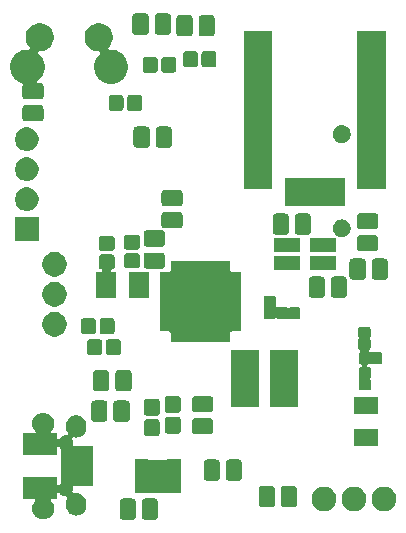
<source format=gbr>
G04 #@! TF.GenerationSoftware,KiCad,Pcbnew,(5.0.1)-rc2*
G04 #@! TF.CreationDate,2019-03-09T02:30:10-07:00*
G04 #@! TF.ProjectId,GPSLogger,4750534C6F676765722E6B696361645F,rev?*
G04 #@! TF.SameCoordinates,Original*
G04 #@! TF.FileFunction,Soldermask,Top*
G04 #@! TF.FilePolarity,Negative*
%FSLAX46Y46*%
G04 Gerber Fmt 4.6, Leading zero omitted, Abs format (unit mm)*
G04 Created by KiCad (PCBNEW (5.0.1)-rc2) date 3/9/2019 2:30:10 AM*
%MOMM*%
%LPD*%
G01*
G04 APERTURE LIST*
%ADD10C,0.100000*%
G04 APERTURE END LIST*
D10*
G36*
X206551997Y-63113997D02*
X206604653Y-63129970D01*
X206653165Y-63155900D01*
X206695696Y-63190804D01*
X206730600Y-63233335D01*
X206756530Y-63281847D01*
X206772503Y-63334503D01*
X206778500Y-63395390D01*
X206778500Y-64620610D01*
X206772503Y-64681497D01*
X206756530Y-64734153D01*
X206730600Y-64782665D01*
X206695696Y-64825196D01*
X206653165Y-64860100D01*
X206604653Y-64886030D01*
X206551997Y-64902003D01*
X206491110Y-64908000D01*
X205690890Y-64908000D01*
X205630003Y-64902003D01*
X205577347Y-64886030D01*
X205528835Y-64860100D01*
X205486304Y-64825196D01*
X205451400Y-64782665D01*
X205425470Y-64734153D01*
X205409497Y-64681497D01*
X205403500Y-64620610D01*
X205403500Y-63395390D01*
X205409497Y-63334503D01*
X205425470Y-63281847D01*
X205451400Y-63233335D01*
X205486304Y-63190804D01*
X205528835Y-63155900D01*
X205577347Y-63129970D01*
X205630003Y-63113997D01*
X205690890Y-63108000D01*
X206491110Y-63108000D01*
X206551997Y-63113997D01*
X206551997Y-63113997D01*
G37*
G36*
X204676997Y-63113997D02*
X204729653Y-63129970D01*
X204778165Y-63155900D01*
X204820696Y-63190804D01*
X204855600Y-63233335D01*
X204881530Y-63281847D01*
X204897503Y-63334503D01*
X204903500Y-63395390D01*
X204903500Y-64620610D01*
X204897503Y-64681497D01*
X204881530Y-64734153D01*
X204855600Y-64782665D01*
X204820696Y-64825196D01*
X204778165Y-64860100D01*
X204729653Y-64886030D01*
X204676997Y-64902003D01*
X204616110Y-64908000D01*
X203815890Y-64908000D01*
X203755003Y-64902003D01*
X203702347Y-64886030D01*
X203653835Y-64860100D01*
X203611304Y-64825196D01*
X203576400Y-64782665D01*
X203550470Y-64734153D01*
X203534497Y-64681497D01*
X203528500Y-64620610D01*
X203528500Y-63395390D01*
X203534497Y-63334503D01*
X203550470Y-63281847D01*
X203576400Y-63233335D01*
X203611304Y-63190804D01*
X203653835Y-63155900D01*
X203702347Y-63129970D01*
X203755003Y-63113997D01*
X203815890Y-63108000D01*
X204616110Y-63108000D01*
X204676997Y-63113997D01*
X204676997Y-63113997D01*
G37*
G36*
X197208029Y-55875820D02*
X197293730Y-55884261D01*
X197403689Y-55917617D01*
X197458669Y-55934295D01*
X197509337Y-55961378D01*
X197610676Y-56015544D01*
X197743912Y-56124888D01*
X197853256Y-56258124D01*
X197893444Y-56333312D01*
X197934505Y-56410131D01*
X197944732Y-56443846D01*
X197984539Y-56575070D01*
X198001433Y-56746600D01*
X197984539Y-56918130D01*
X197951183Y-57028089D01*
X197934505Y-57083069D01*
X197914990Y-57119578D01*
X197853256Y-57235076D01*
X197743912Y-57368312D01*
X197729697Y-57379978D01*
X197712375Y-57397300D01*
X197698761Y-57417675D01*
X197689384Y-57440314D01*
X197684603Y-57464347D01*
X197684603Y-57488851D01*
X197689383Y-57512885D01*
X197698760Y-57535524D01*
X197712374Y-57555899D01*
X197729701Y-57573226D01*
X197750076Y-57586840D01*
X197772715Y-57596217D01*
X197796748Y-57600998D01*
X197809001Y-57601600D01*
X198227200Y-57601600D01*
X198227200Y-57937116D01*
X198229602Y-57961502D01*
X198236715Y-57984951D01*
X198248266Y-58006562D01*
X198263812Y-58025504D01*
X198282754Y-58041050D01*
X198304365Y-58052601D01*
X198327814Y-58059714D01*
X198352200Y-58062116D01*
X198376586Y-58059714D01*
X198400035Y-58052601D01*
X198421646Y-58041050D01*
X198440588Y-58025504D01*
X198456133Y-58006563D01*
X198461731Y-57998185D01*
X198548783Y-57911133D01*
X198550165Y-57910209D01*
X198651152Y-57842732D01*
X198764894Y-57795619D01*
X198764895Y-57795619D01*
X198764897Y-57795618D01*
X198885641Y-57771600D01*
X199020891Y-57771600D01*
X199021560Y-57771665D01*
X199045943Y-57769232D01*
X199069383Y-57762088D01*
X199090979Y-57750509D01*
X199109901Y-57734939D01*
X199125421Y-57715977D01*
X199136945Y-57694351D01*
X199144028Y-57670893D01*
X199146398Y-57646503D01*
X199143965Y-57622120D01*
X199136821Y-57598680D01*
X199118023Y-57567365D01*
X199116144Y-57565076D01*
X199034896Y-57413071D01*
X198995591Y-57283500D01*
X198984861Y-57248129D01*
X198972200Y-57119578D01*
X198972200Y-56883621D01*
X198984861Y-56755070D01*
X199030687Y-56604003D01*
X199034895Y-56590131D01*
X199073609Y-56517703D01*
X199116144Y-56438124D01*
X199225488Y-56304888D01*
X199358725Y-56195544D01*
X199460064Y-56141378D01*
X199510732Y-56114295D01*
X199587120Y-56091123D01*
X199675671Y-56064261D01*
X199847200Y-56047367D01*
X200018730Y-56064261D01*
X200107281Y-56091123D01*
X200183669Y-56114295D01*
X200234337Y-56141378D01*
X200335676Y-56195544D01*
X200468912Y-56304888D01*
X200578256Y-56438124D01*
X200603132Y-56484665D01*
X200659505Y-56590131D01*
X200665532Y-56610000D01*
X200709539Y-56755071D01*
X200722200Y-56883622D01*
X200722200Y-57119579D01*
X200709539Y-57248130D01*
X200698809Y-57283500D01*
X200659505Y-57413069D01*
X200657043Y-57417675D01*
X200578256Y-57565076D01*
X200468912Y-57698312D01*
X200335675Y-57807656D01*
X200335673Y-57807657D01*
X200335672Y-57807658D01*
X200183671Y-57888904D01*
X200140750Y-57901924D01*
X200018729Y-57938939D01*
X199847200Y-57955833D01*
X199675670Y-57938939D01*
X199652315Y-57931854D01*
X199628290Y-57927076D01*
X199603786Y-57927076D01*
X199579753Y-57931856D01*
X199557114Y-57941234D01*
X199536739Y-57954848D01*
X199519412Y-57972175D01*
X199505798Y-57992549D01*
X199496420Y-58015188D01*
X199491640Y-58039222D01*
X199491640Y-58063726D01*
X199496420Y-58087759D01*
X199500553Y-58099310D01*
X199501067Y-58100550D01*
X199501068Y-58100552D01*
X199548181Y-58214294D01*
X199548182Y-58214297D01*
X199572200Y-58335041D01*
X199572200Y-58458159D01*
X199563437Y-58502214D01*
X199561035Y-58526600D01*
X199563437Y-58550987D01*
X199570550Y-58574436D01*
X199582101Y-58596047D01*
X199597647Y-58614989D01*
X199616589Y-58630534D01*
X199638200Y-58642085D01*
X199661649Y-58649198D01*
X199686035Y-58651600D01*
X201252200Y-58651600D01*
X201252200Y-62051600D01*
X199688024Y-62051600D01*
X199663638Y-62054002D01*
X199640189Y-62061115D01*
X199618578Y-62072666D01*
X199599636Y-62088212D01*
X199584090Y-62107154D01*
X199572539Y-62128765D01*
X199565426Y-62152214D01*
X199563024Y-62176600D01*
X199565426Y-62200986D01*
X199572200Y-62235041D01*
X199572200Y-62358159D01*
X199548182Y-62478903D01*
X199542525Y-62492562D01*
X199535413Y-62516011D01*
X199533011Y-62540397D01*
X199535413Y-62564784D01*
X199542527Y-62588233D01*
X199554078Y-62609844D01*
X199569624Y-62628785D01*
X199588566Y-62644331D01*
X199610177Y-62655882D01*
X199633626Y-62662994D01*
X199670263Y-62664794D01*
X199675669Y-62664262D01*
X199675671Y-62664261D01*
X199847200Y-62647367D01*
X200018730Y-62664261D01*
X200092496Y-62686638D01*
X200183669Y-62714295D01*
X200216229Y-62731699D01*
X200335676Y-62795544D01*
X200468912Y-62904888D01*
X200578256Y-63038124D01*
X200602916Y-63084261D01*
X200659505Y-63190131D01*
X200675118Y-63241600D01*
X200709539Y-63355071D01*
X200722200Y-63483622D01*
X200722200Y-63719579D01*
X200709539Y-63848130D01*
X200679668Y-63946600D01*
X200659505Y-64013069D01*
X200632422Y-64063737D01*
X200578256Y-64165076D01*
X200468912Y-64298312D01*
X200335675Y-64407656D01*
X200335673Y-64407657D01*
X200335672Y-64407658D01*
X200183671Y-64488904D01*
X200140750Y-64501924D01*
X200018729Y-64538939D01*
X199847200Y-64555833D01*
X199675670Y-64538939D01*
X199565711Y-64505583D01*
X199510731Y-64488905D01*
X199460063Y-64461822D01*
X199358724Y-64407656D01*
X199225488Y-64298312D01*
X199116144Y-64165075D01*
X199116142Y-64165072D01*
X199034896Y-64013071D01*
X199014732Y-63946600D01*
X198984861Y-63848129D01*
X198972200Y-63719578D01*
X198972200Y-63483621D01*
X198984861Y-63355070D01*
X199034895Y-63190132D01*
X199034896Y-63190129D01*
X199080118Y-63105524D01*
X199089496Y-63082885D01*
X199094276Y-63058852D01*
X199094276Y-63034348D01*
X199089496Y-63010314D01*
X199080118Y-62987675D01*
X199066504Y-62967301D01*
X199049177Y-62949974D01*
X199028802Y-62936360D01*
X199006163Y-62926982D01*
X198969878Y-62921600D01*
X198885641Y-62921600D01*
X198764897Y-62897582D01*
X198764895Y-62897581D01*
X198764894Y-62897581D01*
X198651152Y-62850468D01*
X198548786Y-62782069D01*
X198548783Y-62782067D01*
X198461731Y-62695015D01*
X198456133Y-62686637D01*
X198440588Y-62667695D01*
X198421646Y-62652150D01*
X198400035Y-62640599D01*
X198376585Y-62633486D01*
X198352199Y-62631084D01*
X198327813Y-62633486D01*
X198304364Y-62640599D01*
X198282753Y-62652151D01*
X198263811Y-62667696D01*
X198248266Y-62686638D01*
X198236715Y-62708249D01*
X198229602Y-62731699D01*
X198227200Y-62756084D01*
X198227200Y-63116600D01*
X197837265Y-63116600D01*
X197812879Y-63119002D01*
X197789430Y-63126115D01*
X197767819Y-63137666D01*
X197748877Y-63153212D01*
X197733331Y-63172154D01*
X197721780Y-63193765D01*
X197714667Y-63217214D01*
X197712265Y-63241600D01*
X197714667Y-63265986D01*
X197721780Y-63289435D01*
X197740638Y-63320899D01*
X197743911Y-63324887D01*
X197743912Y-63324888D01*
X197853256Y-63458124D01*
X197904401Y-63553810D01*
X197934505Y-63610131D01*
X197951183Y-63665111D01*
X197984539Y-63775070D01*
X198001433Y-63946600D01*
X197984539Y-64118130D01*
X197970298Y-64165075D01*
X197934505Y-64283069D01*
X197926357Y-64298312D01*
X197853256Y-64435076D01*
X197743912Y-64568312D01*
X197610676Y-64677656D01*
X197509337Y-64731822D01*
X197458669Y-64758905D01*
X197403689Y-64775583D01*
X197293730Y-64808939D01*
X197208029Y-64817380D01*
X197165180Y-64821600D01*
X196929220Y-64821600D01*
X196886371Y-64817380D01*
X196800670Y-64808939D01*
X196690711Y-64775583D01*
X196635731Y-64758905D01*
X196585063Y-64731822D01*
X196483724Y-64677656D01*
X196350488Y-64568312D01*
X196241144Y-64435076D01*
X196168043Y-64298312D01*
X196159895Y-64283069D01*
X196124102Y-64165075D01*
X196109861Y-64118130D01*
X196092967Y-63946600D01*
X196109861Y-63775070D01*
X196143217Y-63665111D01*
X196159895Y-63610131D01*
X196189999Y-63553810D01*
X196241144Y-63458124D01*
X196350488Y-63324888D01*
X196350489Y-63324887D01*
X196353762Y-63320899D01*
X196367375Y-63300524D01*
X196376753Y-63277885D01*
X196381533Y-63253852D01*
X196381533Y-63229347D01*
X196376752Y-63205314D01*
X196367375Y-63182675D01*
X196353761Y-63162300D01*
X196336434Y-63144973D01*
X196316059Y-63131360D01*
X196293420Y-63121982D01*
X196257135Y-63116600D01*
X195327200Y-63116600D01*
X195327200Y-61286600D01*
X198227200Y-61286600D01*
X198227200Y-61837116D01*
X198229602Y-61861502D01*
X198236715Y-61884951D01*
X198248266Y-61906562D01*
X198263812Y-61925504D01*
X198282754Y-61941050D01*
X198304365Y-61952601D01*
X198327814Y-61959714D01*
X198352200Y-61962116D01*
X198376586Y-61959714D01*
X198400035Y-61952601D01*
X198421646Y-61941050D01*
X198440588Y-61925504D01*
X198456133Y-61906563D01*
X198461731Y-61898185D01*
X198550602Y-61809314D01*
X198565587Y-61797017D01*
X198581132Y-61778075D01*
X198592684Y-61756465D01*
X198599798Y-61733016D01*
X198602200Y-61708627D01*
X198602200Y-58984573D01*
X198599798Y-58960187D01*
X198592685Y-58936738D01*
X198581134Y-58915127D01*
X198565588Y-58896185D01*
X198550603Y-58883887D01*
X198461731Y-58795015D01*
X198456133Y-58786637D01*
X198440588Y-58767695D01*
X198421646Y-58752150D01*
X198400035Y-58740599D01*
X198376585Y-58733486D01*
X198352199Y-58731084D01*
X198327813Y-58733486D01*
X198304364Y-58740599D01*
X198282753Y-58752151D01*
X198263811Y-58767696D01*
X198248266Y-58786638D01*
X198236715Y-58808249D01*
X198229602Y-58831699D01*
X198227200Y-58856084D01*
X198227200Y-59431600D01*
X195327200Y-59431600D01*
X195327200Y-57601600D01*
X196285399Y-57601600D01*
X196309785Y-57599198D01*
X196333234Y-57592085D01*
X196354845Y-57580534D01*
X196373787Y-57564988D01*
X196389333Y-57546046D01*
X196400884Y-57524435D01*
X196407997Y-57500986D01*
X196410399Y-57476600D01*
X196407997Y-57452214D01*
X196400884Y-57428765D01*
X196389333Y-57407154D01*
X196373787Y-57388212D01*
X196364708Y-57379982D01*
X196350488Y-57368312D01*
X196241144Y-57235076D01*
X196179410Y-57119578D01*
X196159895Y-57083069D01*
X196143217Y-57028089D01*
X196109861Y-56918130D01*
X196092967Y-56746600D01*
X196109861Y-56575070D01*
X196149668Y-56443846D01*
X196159895Y-56410131D01*
X196200956Y-56333312D01*
X196241144Y-56258124D01*
X196350488Y-56124888D01*
X196483724Y-56015544D01*
X196585063Y-55961378D01*
X196635731Y-55934295D01*
X196690711Y-55917617D01*
X196800670Y-55884261D01*
X196886371Y-55875820D01*
X196929220Y-55871600D01*
X197165180Y-55871600D01*
X197208029Y-55875820D01*
X197208029Y-55875820D01*
G37*
G36*
X226211365Y-62143020D02*
X226400889Y-62221523D01*
X226571455Y-62335492D01*
X226716508Y-62480545D01*
X226830477Y-62651111D01*
X226908980Y-62840635D01*
X226949000Y-63041830D01*
X226949000Y-63246970D01*
X226908980Y-63448165D01*
X226830477Y-63637689D01*
X226716508Y-63808255D01*
X226571455Y-63953308D01*
X226400889Y-64067277D01*
X226211365Y-64145780D01*
X226010170Y-64185800D01*
X225805030Y-64185800D01*
X225603835Y-64145780D01*
X225414311Y-64067277D01*
X225243745Y-63953308D01*
X225098692Y-63808255D01*
X224984723Y-63637689D01*
X224906220Y-63448165D01*
X224866200Y-63246970D01*
X224866200Y-63041830D01*
X224906220Y-62840635D01*
X224984723Y-62651111D01*
X225098692Y-62480545D01*
X225243745Y-62335492D01*
X225414311Y-62221523D01*
X225603835Y-62143020D01*
X225805030Y-62103000D01*
X226010170Y-62103000D01*
X226211365Y-62143020D01*
X226211365Y-62143020D01*
G37*
G36*
X221131365Y-62143020D02*
X221320889Y-62221523D01*
X221491455Y-62335492D01*
X221636508Y-62480545D01*
X221750477Y-62651111D01*
X221828980Y-62840635D01*
X221869000Y-63041830D01*
X221869000Y-63246970D01*
X221828980Y-63448165D01*
X221750477Y-63637689D01*
X221636508Y-63808255D01*
X221491455Y-63953308D01*
X221320889Y-64067277D01*
X221131365Y-64145780D01*
X220930170Y-64185800D01*
X220725030Y-64185800D01*
X220523835Y-64145780D01*
X220334311Y-64067277D01*
X220163745Y-63953308D01*
X220018692Y-63808255D01*
X219904723Y-63637689D01*
X219826220Y-63448165D01*
X219786200Y-63246970D01*
X219786200Y-63041830D01*
X219826220Y-62840635D01*
X219904723Y-62651111D01*
X220018692Y-62480545D01*
X220163745Y-62335492D01*
X220334311Y-62221523D01*
X220523835Y-62143020D01*
X220725030Y-62103000D01*
X220930170Y-62103000D01*
X221131365Y-62143020D01*
X221131365Y-62143020D01*
G37*
G36*
X223671365Y-62143020D02*
X223860889Y-62221523D01*
X224031455Y-62335492D01*
X224176508Y-62480545D01*
X224290477Y-62651111D01*
X224368980Y-62840635D01*
X224409000Y-63041830D01*
X224409000Y-63246970D01*
X224368980Y-63448165D01*
X224290477Y-63637689D01*
X224176508Y-63808255D01*
X224031455Y-63953308D01*
X223860889Y-64067277D01*
X223671365Y-64145780D01*
X223470170Y-64185800D01*
X223265030Y-64185800D01*
X223063835Y-64145780D01*
X222874311Y-64067277D01*
X222703745Y-63953308D01*
X222558692Y-63808255D01*
X222444723Y-63637689D01*
X222366220Y-63448165D01*
X222326200Y-63246970D01*
X222326200Y-63041830D01*
X222366220Y-62840635D01*
X222444723Y-62651111D01*
X222558692Y-62480545D01*
X222703745Y-62335492D01*
X222874311Y-62221523D01*
X223063835Y-62143020D01*
X223265030Y-62103000D01*
X223470170Y-62103000D01*
X223671365Y-62143020D01*
X223671365Y-62143020D01*
G37*
G36*
X216439497Y-62047197D02*
X216492153Y-62063170D01*
X216540665Y-62089100D01*
X216583196Y-62124004D01*
X216618100Y-62166535D01*
X216644030Y-62215047D01*
X216660003Y-62267703D01*
X216666000Y-62328590D01*
X216666000Y-63553810D01*
X216660003Y-63614697D01*
X216644030Y-63667353D01*
X216618100Y-63715865D01*
X216583196Y-63758396D01*
X216540665Y-63793300D01*
X216492153Y-63819230D01*
X216439497Y-63835203D01*
X216378610Y-63841200D01*
X215578390Y-63841200D01*
X215517503Y-63835203D01*
X215464847Y-63819230D01*
X215416335Y-63793300D01*
X215373804Y-63758396D01*
X215338900Y-63715865D01*
X215312970Y-63667353D01*
X215296997Y-63614697D01*
X215291000Y-63553810D01*
X215291000Y-62328590D01*
X215296997Y-62267703D01*
X215312970Y-62215047D01*
X215338900Y-62166535D01*
X215373804Y-62124004D01*
X215416335Y-62089100D01*
X215464847Y-62063170D01*
X215517503Y-62047197D01*
X215578390Y-62041200D01*
X216378610Y-62041200D01*
X216439497Y-62047197D01*
X216439497Y-62047197D01*
G37*
G36*
X218314497Y-62047197D02*
X218367153Y-62063170D01*
X218415665Y-62089100D01*
X218458196Y-62124004D01*
X218493100Y-62166535D01*
X218519030Y-62215047D01*
X218535003Y-62267703D01*
X218541000Y-62328590D01*
X218541000Y-63553810D01*
X218535003Y-63614697D01*
X218519030Y-63667353D01*
X218493100Y-63715865D01*
X218458196Y-63758396D01*
X218415665Y-63793300D01*
X218367153Y-63819230D01*
X218314497Y-63835203D01*
X218253610Y-63841200D01*
X217453390Y-63841200D01*
X217392503Y-63835203D01*
X217339847Y-63819230D01*
X217291335Y-63793300D01*
X217248804Y-63758396D01*
X217213900Y-63715865D01*
X217187970Y-63667353D01*
X217171997Y-63614697D01*
X217166000Y-63553810D01*
X217166000Y-62328590D01*
X217171997Y-62267703D01*
X217187970Y-62215047D01*
X217213900Y-62166535D01*
X217248804Y-62124004D01*
X217291335Y-62089100D01*
X217339847Y-62063170D01*
X217392503Y-62047197D01*
X217453390Y-62041200D01*
X218253610Y-62041200D01*
X218314497Y-62047197D01*
X218314497Y-62047197D01*
G37*
G36*
X205927066Y-59768446D02*
X205942612Y-59787388D01*
X205961554Y-59802934D01*
X205983165Y-59814485D01*
X206006614Y-59821598D01*
X206031000Y-59824000D01*
X207481000Y-59824000D01*
X207505386Y-59821598D01*
X207528835Y-59814485D01*
X207550446Y-59802934D01*
X207569388Y-59787388D01*
X207584934Y-59768446D01*
X207587310Y-59764000D01*
X208706000Y-59764000D01*
X208706000Y-62664000D01*
X207587310Y-62664000D01*
X207584934Y-62659554D01*
X207569388Y-62640612D01*
X207550446Y-62625066D01*
X207528835Y-62613515D01*
X207505386Y-62606402D01*
X207481000Y-62604000D01*
X206031000Y-62604000D01*
X206006614Y-62606402D01*
X205983165Y-62613515D01*
X205961554Y-62625066D01*
X205942612Y-62640612D01*
X205927066Y-62659554D01*
X205924690Y-62664000D01*
X204806000Y-62664000D01*
X204806000Y-59764000D01*
X205924690Y-59764000D01*
X205927066Y-59768446D01*
X205927066Y-59768446D01*
G37*
G36*
X213663997Y-59811997D02*
X213716653Y-59827970D01*
X213765165Y-59853900D01*
X213807696Y-59888804D01*
X213842600Y-59931335D01*
X213868530Y-59979847D01*
X213884503Y-60032503D01*
X213890500Y-60093390D01*
X213890500Y-61318610D01*
X213884503Y-61379497D01*
X213868530Y-61432153D01*
X213842600Y-61480665D01*
X213807696Y-61523196D01*
X213765165Y-61558100D01*
X213716653Y-61584030D01*
X213663997Y-61600003D01*
X213603110Y-61606000D01*
X212802890Y-61606000D01*
X212742003Y-61600003D01*
X212689347Y-61584030D01*
X212640835Y-61558100D01*
X212598304Y-61523196D01*
X212563400Y-61480665D01*
X212537470Y-61432153D01*
X212521497Y-61379497D01*
X212515500Y-61318610D01*
X212515500Y-60093390D01*
X212521497Y-60032503D01*
X212537470Y-59979847D01*
X212563400Y-59931335D01*
X212598304Y-59888804D01*
X212640835Y-59853900D01*
X212689347Y-59827970D01*
X212742003Y-59811997D01*
X212802890Y-59806000D01*
X213603110Y-59806000D01*
X213663997Y-59811997D01*
X213663997Y-59811997D01*
G37*
G36*
X211788997Y-59811997D02*
X211841653Y-59827970D01*
X211890165Y-59853900D01*
X211932696Y-59888804D01*
X211967600Y-59931335D01*
X211993530Y-59979847D01*
X212009503Y-60032503D01*
X212015500Y-60093390D01*
X212015500Y-61318610D01*
X212009503Y-61379497D01*
X211993530Y-61432153D01*
X211967600Y-61480665D01*
X211932696Y-61523196D01*
X211890165Y-61558100D01*
X211841653Y-61584030D01*
X211788997Y-61600003D01*
X211728110Y-61606000D01*
X210927890Y-61606000D01*
X210867003Y-61600003D01*
X210814347Y-61584030D01*
X210765835Y-61558100D01*
X210723304Y-61523196D01*
X210688400Y-61480665D01*
X210662470Y-61432153D01*
X210646497Y-61379497D01*
X210640500Y-61318610D01*
X210640500Y-60093390D01*
X210646497Y-60032503D01*
X210662470Y-59979847D01*
X210688400Y-59931335D01*
X210723304Y-59888804D01*
X210765835Y-59853900D01*
X210814347Y-59827970D01*
X210867003Y-59811997D01*
X210927890Y-59806000D01*
X211728110Y-59806000D01*
X211788997Y-59811997D01*
X211788997Y-59811997D01*
G37*
G36*
X225370900Y-58637380D02*
X223370900Y-58637380D01*
X223370900Y-57237380D01*
X225370900Y-57237380D01*
X225370900Y-58637380D01*
X225370900Y-58637380D01*
G37*
G36*
X206701530Y-56402877D02*
X206753010Y-56418493D01*
X206800442Y-56443846D01*
X206842027Y-56477973D01*
X206876154Y-56519558D01*
X206901507Y-56566990D01*
X206917123Y-56618470D01*
X206923000Y-56678140D01*
X206923000Y-57565860D01*
X206917123Y-57625530D01*
X206901507Y-57677010D01*
X206876154Y-57724442D01*
X206842027Y-57766027D01*
X206800442Y-57800154D01*
X206753010Y-57825507D01*
X206701530Y-57841123D01*
X206641860Y-57847000D01*
X205854140Y-57847000D01*
X205794470Y-57841123D01*
X205742990Y-57825507D01*
X205695558Y-57800154D01*
X205653973Y-57766027D01*
X205619846Y-57724442D01*
X205594493Y-57677010D01*
X205578877Y-57625530D01*
X205573000Y-57565860D01*
X205573000Y-56678140D01*
X205578877Y-56618470D01*
X205594493Y-56566990D01*
X205619846Y-56519558D01*
X205653973Y-56477973D01*
X205695558Y-56443846D01*
X205742990Y-56418493D01*
X205794470Y-56402877D01*
X205854140Y-56397000D01*
X206641860Y-56397000D01*
X206701530Y-56402877D01*
X206701530Y-56402877D01*
G37*
G36*
X211239497Y-56311497D02*
X211292153Y-56327470D01*
X211340665Y-56353400D01*
X211383196Y-56388304D01*
X211418100Y-56430835D01*
X211444030Y-56479347D01*
X211460003Y-56532003D01*
X211466000Y-56592890D01*
X211466000Y-57393110D01*
X211460003Y-57453997D01*
X211444030Y-57506653D01*
X211418100Y-57555165D01*
X211383196Y-57597696D01*
X211340665Y-57632600D01*
X211292153Y-57658530D01*
X211239497Y-57674503D01*
X211178610Y-57680500D01*
X209953390Y-57680500D01*
X209892503Y-57674503D01*
X209839847Y-57658530D01*
X209791335Y-57632600D01*
X209748804Y-57597696D01*
X209713900Y-57555165D01*
X209687970Y-57506653D01*
X209671997Y-57453997D01*
X209666000Y-57393110D01*
X209666000Y-56592890D01*
X209671997Y-56532003D01*
X209687970Y-56479347D01*
X209713900Y-56430835D01*
X209748804Y-56388304D01*
X209791335Y-56353400D01*
X209839847Y-56327470D01*
X209892503Y-56311497D01*
X209953390Y-56305500D01*
X211178610Y-56305500D01*
X211239497Y-56311497D01*
X211239497Y-56311497D01*
G37*
G36*
X208479530Y-56176877D02*
X208531010Y-56192493D01*
X208578442Y-56217846D01*
X208620027Y-56251973D01*
X208654154Y-56293558D01*
X208679507Y-56340990D01*
X208695123Y-56392470D01*
X208701000Y-56452140D01*
X208701000Y-57339860D01*
X208695123Y-57399530D01*
X208679507Y-57451010D01*
X208654154Y-57498442D01*
X208620027Y-57540027D01*
X208578442Y-57574154D01*
X208531010Y-57599507D01*
X208479530Y-57615123D01*
X208419860Y-57621000D01*
X207632140Y-57621000D01*
X207572470Y-57615123D01*
X207520990Y-57599507D01*
X207473558Y-57574154D01*
X207431973Y-57540027D01*
X207397846Y-57498442D01*
X207372493Y-57451010D01*
X207356877Y-57399530D01*
X207351000Y-57339860D01*
X207351000Y-56452140D01*
X207356877Y-56392470D01*
X207372493Y-56340990D01*
X207397846Y-56293558D01*
X207431973Y-56251973D01*
X207473558Y-56217846D01*
X207520990Y-56192493D01*
X207572470Y-56176877D01*
X207632140Y-56171000D01*
X208419860Y-56171000D01*
X208479530Y-56176877D01*
X208479530Y-56176877D01*
G37*
G36*
X204150997Y-54815997D02*
X204203653Y-54831970D01*
X204252165Y-54857900D01*
X204294696Y-54892804D01*
X204329600Y-54935335D01*
X204355530Y-54983847D01*
X204371503Y-55036503D01*
X204377500Y-55097390D01*
X204377500Y-56322610D01*
X204371503Y-56383497D01*
X204355530Y-56436153D01*
X204329600Y-56484665D01*
X204294696Y-56527196D01*
X204252165Y-56562100D01*
X204203653Y-56588030D01*
X204150997Y-56604003D01*
X204090110Y-56610000D01*
X203289890Y-56610000D01*
X203229003Y-56604003D01*
X203176347Y-56588030D01*
X203127835Y-56562100D01*
X203085304Y-56527196D01*
X203050400Y-56484665D01*
X203024470Y-56436153D01*
X203008497Y-56383497D01*
X203002500Y-56322610D01*
X203002500Y-55097390D01*
X203008497Y-55036503D01*
X203024470Y-54983847D01*
X203050400Y-54935335D01*
X203085304Y-54892804D01*
X203127835Y-54857900D01*
X203176347Y-54831970D01*
X203229003Y-54815997D01*
X203289890Y-54810000D01*
X204090110Y-54810000D01*
X204150997Y-54815997D01*
X204150997Y-54815997D01*
G37*
G36*
X202275997Y-54815997D02*
X202328653Y-54831970D01*
X202377165Y-54857900D01*
X202419696Y-54892804D01*
X202454600Y-54935335D01*
X202480530Y-54983847D01*
X202496503Y-55036503D01*
X202502500Y-55097390D01*
X202502500Y-56322610D01*
X202496503Y-56383497D01*
X202480530Y-56436153D01*
X202454600Y-56484665D01*
X202419696Y-56527196D01*
X202377165Y-56562100D01*
X202328653Y-56588030D01*
X202275997Y-56604003D01*
X202215110Y-56610000D01*
X201414890Y-56610000D01*
X201354003Y-56604003D01*
X201301347Y-56588030D01*
X201252835Y-56562100D01*
X201210304Y-56527196D01*
X201175400Y-56484665D01*
X201149470Y-56436153D01*
X201133497Y-56383497D01*
X201127500Y-56322610D01*
X201127500Y-55097390D01*
X201133497Y-55036503D01*
X201149470Y-54983847D01*
X201175400Y-54935335D01*
X201210304Y-54892804D01*
X201252835Y-54857900D01*
X201301347Y-54831970D01*
X201354003Y-54815997D01*
X201414890Y-54810000D01*
X202215110Y-54810000D01*
X202275997Y-54815997D01*
X202275997Y-54815997D01*
G37*
G36*
X206701530Y-54652877D02*
X206753010Y-54668493D01*
X206800442Y-54693846D01*
X206842027Y-54727973D01*
X206876154Y-54769558D01*
X206901507Y-54816990D01*
X206917123Y-54868470D01*
X206923000Y-54928140D01*
X206923000Y-55815860D01*
X206917123Y-55875530D01*
X206901507Y-55927010D01*
X206876154Y-55974442D01*
X206842027Y-56016027D01*
X206800442Y-56050154D01*
X206753010Y-56075507D01*
X206701530Y-56091123D01*
X206641860Y-56097000D01*
X205854140Y-56097000D01*
X205794470Y-56091123D01*
X205742990Y-56075507D01*
X205695558Y-56050154D01*
X205653973Y-56016027D01*
X205619846Y-55974442D01*
X205594493Y-55927010D01*
X205578877Y-55875530D01*
X205573000Y-55815860D01*
X205573000Y-54928140D01*
X205578877Y-54868470D01*
X205594493Y-54816990D01*
X205619846Y-54769558D01*
X205653973Y-54727973D01*
X205695558Y-54693846D01*
X205742990Y-54668493D01*
X205794470Y-54652877D01*
X205854140Y-54647000D01*
X206641860Y-54647000D01*
X206701530Y-54652877D01*
X206701530Y-54652877D01*
G37*
G36*
X225370900Y-55937380D02*
X223370900Y-55937380D01*
X223370900Y-54537380D01*
X225370900Y-54537380D01*
X225370900Y-55937380D01*
X225370900Y-55937380D01*
G37*
G36*
X208479530Y-54426877D02*
X208531010Y-54442493D01*
X208578442Y-54467846D01*
X208620027Y-54501973D01*
X208654154Y-54543558D01*
X208679507Y-54590990D01*
X208695123Y-54642470D01*
X208701000Y-54702140D01*
X208701000Y-55589860D01*
X208695123Y-55649530D01*
X208679507Y-55701010D01*
X208654154Y-55748442D01*
X208620027Y-55790027D01*
X208578442Y-55824154D01*
X208531010Y-55849507D01*
X208479530Y-55865123D01*
X208419860Y-55871000D01*
X207632140Y-55871000D01*
X207572470Y-55865123D01*
X207520990Y-55849507D01*
X207473558Y-55824154D01*
X207431973Y-55790027D01*
X207397846Y-55748442D01*
X207372493Y-55701010D01*
X207356877Y-55649530D01*
X207351000Y-55589860D01*
X207351000Y-54702140D01*
X207356877Y-54642470D01*
X207372493Y-54590990D01*
X207397846Y-54543558D01*
X207431973Y-54501973D01*
X207473558Y-54467846D01*
X207520990Y-54442493D01*
X207572470Y-54426877D01*
X207632140Y-54421000D01*
X208419860Y-54421000D01*
X208479530Y-54426877D01*
X208479530Y-54426877D01*
G37*
G36*
X211239497Y-54436497D02*
X211292153Y-54452470D01*
X211340665Y-54478400D01*
X211383196Y-54513304D01*
X211418100Y-54555835D01*
X211444030Y-54604347D01*
X211460003Y-54657003D01*
X211466000Y-54717890D01*
X211466000Y-55518110D01*
X211460003Y-55578997D01*
X211444030Y-55631653D01*
X211418100Y-55680165D01*
X211383196Y-55722696D01*
X211340665Y-55757600D01*
X211292153Y-55783530D01*
X211239497Y-55799503D01*
X211178610Y-55805500D01*
X209953390Y-55805500D01*
X209892503Y-55799503D01*
X209839847Y-55783530D01*
X209791335Y-55757600D01*
X209748804Y-55722696D01*
X209713900Y-55680165D01*
X209687970Y-55631653D01*
X209671997Y-55578997D01*
X209666000Y-55518110D01*
X209666000Y-54717890D01*
X209671997Y-54657003D01*
X209687970Y-54604347D01*
X209713900Y-54555835D01*
X209748804Y-54513304D01*
X209791335Y-54478400D01*
X209839847Y-54452470D01*
X209892503Y-54436497D01*
X209953390Y-54430500D01*
X211178610Y-54430500D01*
X211239497Y-54436497D01*
X211239497Y-54436497D01*
G37*
G36*
X215349526Y-55397926D02*
X212949526Y-55397926D01*
X212949526Y-50497926D01*
X215349526Y-50497926D01*
X215349526Y-55397926D01*
X215349526Y-55397926D01*
G37*
G36*
X218649526Y-55397926D02*
X216249526Y-55397926D01*
X216249526Y-50497926D01*
X218649526Y-50497926D01*
X218649526Y-55397926D01*
X218649526Y-55397926D01*
G37*
G36*
X204318497Y-52245997D02*
X204371153Y-52261970D01*
X204419665Y-52287900D01*
X204462196Y-52322804D01*
X204497100Y-52365335D01*
X204523030Y-52413847D01*
X204539003Y-52466503D01*
X204545000Y-52527390D01*
X204545000Y-53752610D01*
X204539003Y-53813497D01*
X204523030Y-53866153D01*
X204497100Y-53914665D01*
X204462196Y-53957196D01*
X204419665Y-53992100D01*
X204371153Y-54018030D01*
X204318497Y-54034003D01*
X204257610Y-54040000D01*
X203457390Y-54040000D01*
X203396503Y-54034003D01*
X203343847Y-54018030D01*
X203295335Y-53992100D01*
X203252804Y-53957196D01*
X203217900Y-53914665D01*
X203191970Y-53866153D01*
X203175997Y-53813497D01*
X203170000Y-53752610D01*
X203170000Y-52527390D01*
X203175997Y-52466503D01*
X203191970Y-52413847D01*
X203217900Y-52365335D01*
X203252804Y-52322804D01*
X203295335Y-52287900D01*
X203343847Y-52261970D01*
X203396503Y-52245997D01*
X203457390Y-52240000D01*
X204257610Y-52240000D01*
X204318497Y-52245997D01*
X204318497Y-52245997D01*
G37*
G36*
X202443497Y-52245997D02*
X202496153Y-52261970D01*
X202544665Y-52287900D01*
X202587196Y-52322804D01*
X202622100Y-52365335D01*
X202648030Y-52413847D01*
X202664003Y-52466503D01*
X202670000Y-52527390D01*
X202670000Y-53752610D01*
X202664003Y-53813497D01*
X202648030Y-53866153D01*
X202622100Y-53914665D01*
X202587196Y-53957196D01*
X202544665Y-53992100D01*
X202496153Y-54018030D01*
X202443497Y-54034003D01*
X202382610Y-54040000D01*
X201582390Y-54040000D01*
X201521503Y-54034003D01*
X201468847Y-54018030D01*
X201420335Y-53992100D01*
X201377804Y-53957196D01*
X201342900Y-53914665D01*
X201316970Y-53866153D01*
X201300997Y-53813497D01*
X201295000Y-53752610D01*
X201295000Y-52527390D01*
X201300997Y-52466503D01*
X201316970Y-52413847D01*
X201342900Y-52365335D01*
X201377804Y-52322804D01*
X201420335Y-52287900D01*
X201468847Y-52261970D01*
X201521503Y-52245997D01*
X201582390Y-52240000D01*
X202382610Y-52240000D01*
X202443497Y-52245997D01*
X202443497Y-52245997D01*
G37*
G36*
X224625034Y-48569388D02*
X224659628Y-48579882D01*
X224691501Y-48596918D01*
X224719447Y-48619853D01*
X224742382Y-48647799D01*
X224759418Y-48679672D01*
X224769912Y-48714266D01*
X224774060Y-48756381D01*
X224774060Y-49364099D01*
X224769912Y-49406214D01*
X224759418Y-49440808D01*
X224738273Y-49480368D01*
X224734303Y-49486309D01*
X224724924Y-49508948D01*
X224720143Y-49532981D01*
X224720141Y-49557485D01*
X224724920Y-49581519D01*
X224734297Y-49604158D01*
X224738265Y-49610098D01*
X224759418Y-49649672D01*
X224769912Y-49684266D01*
X224774060Y-49726381D01*
X224774060Y-50334099D01*
X224769912Y-50376214D01*
X224759418Y-50410808D01*
X224742382Y-50442681D01*
X224719447Y-50470627D01*
X224691503Y-50493560D01*
X224665246Y-50507595D01*
X224644872Y-50521209D01*
X224627545Y-50538536D01*
X224613931Y-50558911D01*
X224604553Y-50581550D01*
X224599773Y-50605583D01*
X224599773Y-50630087D01*
X224604554Y-50654121D01*
X224613931Y-50676760D01*
X224627545Y-50697134D01*
X224644872Y-50714461D01*
X224665248Y-50728076D01*
X224692252Y-50742510D01*
X224698189Y-50746477D01*
X224720828Y-50755856D01*
X224744861Y-50760637D01*
X224769365Y-50760639D01*
X224793399Y-50755860D01*
X224816038Y-50746483D01*
X224821978Y-50742515D01*
X224861552Y-50721362D01*
X224896146Y-50710868D01*
X224938261Y-50706720D01*
X225545979Y-50706720D01*
X225588094Y-50710868D01*
X225622688Y-50721362D01*
X225654561Y-50738398D01*
X225682507Y-50761333D01*
X225705442Y-50789279D01*
X225722478Y-50821152D01*
X225732972Y-50855746D01*
X225737120Y-50897861D01*
X225737120Y-51555579D01*
X225732972Y-51597694D01*
X225722478Y-51632288D01*
X225705442Y-51664161D01*
X225682507Y-51692107D01*
X225654561Y-51715042D01*
X225622688Y-51732078D01*
X225588094Y-51742572D01*
X225545979Y-51746720D01*
X224938261Y-51746720D01*
X224896146Y-51742572D01*
X224861552Y-51732078D01*
X224821992Y-51710933D01*
X224816051Y-51706963D01*
X224793412Y-51697584D01*
X224769379Y-51692803D01*
X224744875Y-51692801D01*
X224720841Y-51697580D01*
X224698202Y-51706957D01*
X224692262Y-51710925D01*
X224652688Y-51732078D01*
X224618094Y-51742572D01*
X224613501Y-51743024D01*
X224589468Y-51747804D01*
X224566829Y-51757182D01*
X224546454Y-51770795D01*
X224529127Y-51788122D01*
X224515513Y-51808497D01*
X224506136Y-51831136D01*
X224501355Y-51855169D01*
X224501355Y-51879674D01*
X224506135Y-51903707D01*
X224515513Y-51926346D01*
X224529126Y-51946721D01*
X224546453Y-51964048D01*
X224566828Y-51977662D01*
X224589467Y-51987039D01*
X224613500Y-51991820D01*
X224652974Y-51995708D01*
X224687568Y-52006202D01*
X224719441Y-52023238D01*
X224747387Y-52046173D01*
X224770322Y-52074119D01*
X224787358Y-52105992D01*
X224797852Y-52140586D01*
X224802000Y-52182701D01*
X224802000Y-52790419D01*
X224797852Y-52832534D01*
X224787358Y-52867128D01*
X224766213Y-52906688D01*
X224762243Y-52912629D01*
X224752864Y-52935268D01*
X224748083Y-52959301D01*
X224748081Y-52983805D01*
X224752860Y-53007839D01*
X224762237Y-53030478D01*
X224766205Y-53036418D01*
X224787358Y-53075992D01*
X224797852Y-53110586D01*
X224802000Y-53152701D01*
X224802000Y-53760419D01*
X224797852Y-53802534D01*
X224787358Y-53837128D01*
X224770322Y-53869001D01*
X224747387Y-53896947D01*
X224719441Y-53919882D01*
X224687568Y-53936918D01*
X224652974Y-53947412D01*
X224610859Y-53951560D01*
X223953141Y-53951560D01*
X223911026Y-53947412D01*
X223876432Y-53936918D01*
X223844559Y-53919882D01*
X223816613Y-53896947D01*
X223793678Y-53869001D01*
X223776642Y-53837128D01*
X223766148Y-53802534D01*
X223762000Y-53760419D01*
X223762000Y-53152701D01*
X223766148Y-53110586D01*
X223776642Y-53075992D01*
X223797787Y-53036432D01*
X223801757Y-53030491D01*
X223811136Y-53007852D01*
X223815917Y-52983819D01*
X223815919Y-52959315D01*
X223811140Y-52935281D01*
X223801763Y-52912642D01*
X223797795Y-52906702D01*
X223776642Y-52867128D01*
X223766148Y-52832534D01*
X223762000Y-52790419D01*
X223762000Y-52182701D01*
X223766148Y-52140586D01*
X223776642Y-52105992D01*
X223793678Y-52074119D01*
X223816613Y-52046173D01*
X223844559Y-52023238D01*
X223876432Y-52006202D01*
X223911026Y-51995708D01*
X223940621Y-51992793D01*
X223964654Y-51988012D01*
X223987293Y-51978634D01*
X224007668Y-51965020D01*
X224024994Y-51947693D01*
X224038608Y-51927318D01*
X224047985Y-51904679D01*
X224052765Y-51880645D01*
X224052765Y-51856141D01*
X224047984Y-51832108D01*
X224038606Y-51809469D01*
X224024992Y-51789094D01*
X224007665Y-51771768D01*
X223987290Y-51758154D01*
X223964651Y-51748777D01*
X223940618Y-51743997D01*
X223926146Y-51742572D01*
X223891552Y-51732078D01*
X223859679Y-51715042D01*
X223831733Y-51692107D01*
X223808798Y-51664161D01*
X223791762Y-51632288D01*
X223781268Y-51597694D01*
X223777120Y-51555579D01*
X223777120Y-50897861D01*
X223781268Y-50855746D01*
X223791762Y-50821152D01*
X223808798Y-50789279D01*
X223831733Y-50761333D01*
X223859677Y-50738400D01*
X223861368Y-50737496D01*
X223881743Y-50723882D01*
X223899070Y-50706555D01*
X223912684Y-50686181D01*
X223922062Y-50663542D01*
X223926843Y-50639509D01*
X223926843Y-50615004D01*
X223922063Y-50590971D01*
X223912686Y-50568332D01*
X223899072Y-50547957D01*
X223881745Y-50530630D01*
X223861371Y-50517016D01*
X223857494Y-50515410D01*
X223816619Y-50493562D01*
X223788673Y-50470627D01*
X223765738Y-50442681D01*
X223748702Y-50410808D01*
X223738208Y-50376214D01*
X223734060Y-50334099D01*
X223734060Y-49726381D01*
X223738208Y-49684266D01*
X223748702Y-49649672D01*
X223769847Y-49610112D01*
X223773817Y-49604171D01*
X223783196Y-49581532D01*
X223787977Y-49557499D01*
X223787979Y-49532995D01*
X223783200Y-49508961D01*
X223773823Y-49486322D01*
X223769855Y-49480382D01*
X223748702Y-49440808D01*
X223738208Y-49406214D01*
X223734060Y-49364099D01*
X223734060Y-48756381D01*
X223738208Y-48714266D01*
X223748702Y-48679672D01*
X223765738Y-48647799D01*
X223788673Y-48619853D01*
X223816619Y-48596918D01*
X223848492Y-48579882D01*
X223883086Y-48569388D01*
X223925201Y-48565240D01*
X224582919Y-48565240D01*
X224625034Y-48569388D01*
X224625034Y-48569388D01*
G37*
G36*
X203428122Y-49622517D02*
X203476085Y-49637066D01*
X203520275Y-49660686D01*
X203559018Y-49692482D01*
X203590814Y-49731225D01*
X203614434Y-49775415D01*
X203628983Y-49823378D01*
X203634500Y-49879391D01*
X203634500Y-50704609D01*
X203628983Y-50760622D01*
X203614434Y-50808585D01*
X203590814Y-50852775D01*
X203559018Y-50891518D01*
X203520275Y-50923314D01*
X203476085Y-50946934D01*
X203428122Y-50961483D01*
X203372109Y-50967000D01*
X202621891Y-50967000D01*
X202565878Y-50961483D01*
X202517915Y-50946934D01*
X202473725Y-50923314D01*
X202434982Y-50891518D01*
X202403186Y-50852775D01*
X202379566Y-50808585D01*
X202365017Y-50760622D01*
X202359500Y-50704609D01*
X202359500Y-49879391D01*
X202365017Y-49823378D01*
X202379566Y-49775415D01*
X202403186Y-49731225D01*
X202434982Y-49692482D01*
X202473725Y-49660686D01*
X202517915Y-49637066D01*
X202565878Y-49622517D01*
X202621891Y-49617000D01*
X203372109Y-49617000D01*
X203428122Y-49622517D01*
X203428122Y-49622517D01*
G37*
G36*
X201853122Y-49622517D02*
X201901085Y-49637066D01*
X201945275Y-49660686D01*
X201984018Y-49692482D01*
X202015814Y-49731225D01*
X202039434Y-49775415D01*
X202053983Y-49823378D01*
X202059500Y-49879391D01*
X202059500Y-50704609D01*
X202053983Y-50760622D01*
X202039434Y-50808585D01*
X202015814Y-50852775D01*
X201984018Y-50891518D01*
X201945275Y-50923314D01*
X201901085Y-50946934D01*
X201853122Y-50961483D01*
X201797109Y-50967000D01*
X201046891Y-50967000D01*
X200990878Y-50961483D01*
X200942915Y-50946934D01*
X200898725Y-50923314D01*
X200859982Y-50891518D01*
X200828186Y-50852775D01*
X200804566Y-50808585D01*
X200790017Y-50760622D01*
X200784500Y-50704609D01*
X200784500Y-49879391D01*
X200790017Y-49823378D01*
X200804566Y-49775415D01*
X200828186Y-49731225D01*
X200859982Y-49692482D01*
X200898725Y-49660686D01*
X200942915Y-49637066D01*
X200990878Y-49622517D01*
X201046891Y-49617000D01*
X201797109Y-49617000D01*
X201853122Y-49622517D01*
X201853122Y-49622517D01*
G37*
G36*
X212888926Y-43790526D02*
X212891328Y-43814912D01*
X212898441Y-43838361D01*
X212909992Y-43859972D01*
X212925538Y-43878914D01*
X212928284Y-43881168D01*
X212930538Y-43883914D01*
X212949480Y-43899460D01*
X212971091Y-43911011D01*
X212994540Y-43918124D01*
X213018926Y-43920526D01*
X213763926Y-43920526D01*
X213763926Y-48970526D01*
X213018926Y-48970526D01*
X212994540Y-48972928D01*
X212971091Y-48980041D01*
X212949480Y-48991592D01*
X212930538Y-49007138D01*
X212928284Y-49009884D01*
X212925538Y-49012138D01*
X212909992Y-49031080D01*
X212898441Y-49052691D01*
X212891328Y-49076140D01*
X212888926Y-49100526D01*
X212888926Y-49845526D01*
X207838926Y-49845526D01*
X207838926Y-49100526D01*
X207836524Y-49076140D01*
X207829411Y-49052691D01*
X207817860Y-49031080D01*
X207802314Y-49012138D01*
X207799568Y-49009884D01*
X207797314Y-49007138D01*
X207778372Y-48991592D01*
X207756761Y-48980041D01*
X207733312Y-48972928D01*
X207708926Y-48970526D01*
X206963926Y-48970526D01*
X206963926Y-43920526D01*
X207708926Y-43920526D01*
X207733312Y-43918124D01*
X207756761Y-43911011D01*
X207778372Y-43899460D01*
X207797314Y-43883914D01*
X207799568Y-43881168D01*
X207802314Y-43878914D01*
X207817860Y-43859972D01*
X207829411Y-43838361D01*
X207836524Y-43814912D01*
X207838926Y-43790526D01*
X207838926Y-43045526D01*
X212888926Y-43045526D01*
X212888926Y-43790526D01*
X212888926Y-43790526D01*
G37*
G36*
X198322165Y-47360220D02*
X198511689Y-47438723D01*
X198682255Y-47552692D01*
X198827308Y-47697745D01*
X198941277Y-47868311D01*
X199019780Y-48057835D01*
X199059800Y-48259030D01*
X199059800Y-48464170D01*
X199019780Y-48665365D01*
X198941277Y-48854889D01*
X198827308Y-49025455D01*
X198682255Y-49170508D01*
X198511689Y-49284477D01*
X198322165Y-49362980D01*
X198120970Y-49403000D01*
X197915830Y-49403000D01*
X197714635Y-49362980D01*
X197525111Y-49284477D01*
X197354545Y-49170508D01*
X197209492Y-49025455D01*
X197095523Y-48854889D01*
X197017020Y-48665365D01*
X196977000Y-48464170D01*
X196977000Y-48259030D01*
X197017020Y-48057835D01*
X197095523Y-47868311D01*
X197209492Y-47697745D01*
X197354545Y-47552692D01*
X197525111Y-47438723D01*
X197714635Y-47360220D01*
X197915830Y-47320200D01*
X198120970Y-47320200D01*
X198322165Y-47360220D01*
X198322165Y-47360220D01*
G37*
G36*
X201319622Y-47844517D02*
X201367585Y-47859066D01*
X201411775Y-47882686D01*
X201450518Y-47914482D01*
X201482314Y-47953225D01*
X201505934Y-47997415D01*
X201520483Y-48045378D01*
X201526000Y-48101391D01*
X201526000Y-48926609D01*
X201520483Y-48982622D01*
X201505934Y-49030585D01*
X201482314Y-49074775D01*
X201450518Y-49113518D01*
X201411775Y-49145314D01*
X201367585Y-49168934D01*
X201319622Y-49183483D01*
X201263609Y-49189000D01*
X200513391Y-49189000D01*
X200457378Y-49183483D01*
X200409415Y-49168934D01*
X200365225Y-49145314D01*
X200326482Y-49113518D01*
X200294686Y-49074775D01*
X200271066Y-49030585D01*
X200256517Y-48982622D01*
X200251000Y-48926609D01*
X200251000Y-48101391D01*
X200256517Y-48045378D01*
X200271066Y-47997415D01*
X200294686Y-47953225D01*
X200326482Y-47914482D01*
X200365225Y-47882686D01*
X200409415Y-47859066D01*
X200457378Y-47844517D01*
X200513391Y-47839000D01*
X201263609Y-47839000D01*
X201319622Y-47844517D01*
X201319622Y-47844517D01*
G37*
G36*
X202894622Y-47844517D02*
X202942585Y-47859066D01*
X202986775Y-47882686D01*
X203025518Y-47914482D01*
X203057314Y-47953225D01*
X203080934Y-47997415D01*
X203095483Y-48045378D01*
X203101000Y-48101391D01*
X203101000Y-48926609D01*
X203095483Y-48982622D01*
X203080934Y-49030585D01*
X203057314Y-49074775D01*
X203025518Y-49113518D01*
X202986775Y-49145314D01*
X202942585Y-49168934D01*
X202894622Y-49183483D01*
X202838609Y-49189000D01*
X202088391Y-49189000D01*
X202032378Y-49183483D01*
X201984415Y-49168934D01*
X201940225Y-49145314D01*
X201901482Y-49113518D01*
X201869686Y-49074775D01*
X201846066Y-49030585D01*
X201831517Y-48982622D01*
X201826000Y-48926609D01*
X201826000Y-48101391D01*
X201831517Y-48045378D01*
X201846066Y-47997415D01*
X201869686Y-47953225D01*
X201901482Y-47914482D01*
X201940225Y-47882686D01*
X201984415Y-47859066D01*
X202032378Y-47844517D01*
X202088391Y-47839000D01*
X202838609Y-47839000D01*
X202894622Y-47844517D01*
X202894622Y-47844517D01*
G37*
G36*
X216611334Y-45955728D02*
X216645928Y-45966222D01*
X216677801Y-45983258D01*
X216705747Y-46006193D01*
X216728682Y-46034139D01*
X216745718Y-46066012D01*
X216756212Y-46100606D01*
X216760360Y-46142721D01*
X216760360Y-46750439D01*
X216756000Y-46794699D01*
X216752058Y-46814526D01*
X216752058Y-46839030D01*
X216756840Y-46863063D01*
X216766218Y-46885702D01*
X216779832Y-46906076D01*
X216797160Y-46923403D01*
X216817535Y-46937016D01*
X216840174Y-46946393D01*
X216864208Y-46951172D01*
X216888712Y-46951172D01*
X216912745Y-46946390D01*
X216935380Y-46937014D01*
X216959612Y-46924062D01*
X216994206Y-46913568D01*
X217036321Y-46909420D01*
X217644039Y-46909420D01*
X217686154Y-46913568D01*
X217720748Y-46924062D01*
X217760308Y-46945207D01*
X217766249Y-46949177D01*
X217788888Y-46958556D01*
X217812921Y-46963337D01*
X217837425Y-46963339D01*
X217861459Y-46958560D01*
X217884098Y-46949183D01*
X217890038Y-46945215D01*
X217929612Y-46924062D01*
X217964206Y-46913568D01*
X218006321Y-46909420D01*
X218614039Y-46909420D01*
X218656154Y-46913568D01*
X218690748Y-46924062D01*
X218722621Y-46941098D01*
X218750567Y-46964033D01*
X218773502Y-46991979D01*
X218790538Y-47023852D01*
X218801032Y-47058446D01*
X218805180Y-47100561D01*
X218805180Y-47758279D01*
X218801032Y-47800394D01*
X218790538Y-47834988D01*
X218773502Y-47866861D01*
X218750567Y-47894807D01*
X218722621Y-47917742D01*
X218690748Y-47934778D01*
X218656154Y-47945272D01*
X218614039Y-47949420D01*
X218006321Y-47949420D01*
X217964206Y-47945272D01*
X217929612Y-47934778D01*
X217890052Y-47913633D01*
X217884111Y-47909663D01*
X217861472Y-47900284D01*
X217837439Y-47895503D01*
X217812935Y-47895501D01*
X217788901Y-47900280D01*
X217766262Y-47909657D01*
X217760322Y-47913625D01*
X217720748Y-47934778D01*
X217686154Y-47945272D01*
X217644039Y-47949420D01*
X217036321Y-47949420D01*
X216994206Y-47945272D01*
X216959612Y-47934778D01*
X216927739Y-47917742D01*
X216899792Y-47894806D01*
X216882439Y-47873662D01*
X216865111Y-47856335D01*
X216844736Y-47842722D01*
X216822097Y-47833345D01*
X216798064Y-47828565D01*
X216773559Y-47828565D01*
X216749526Y-47833346D01*
X216726887Y-47842724D01*
X216706513Y-47856338D01*
X216677802Y-47879901D01*
X216645928Y-47896938D01*
X216611334Y-47907432D01*
X216569219Y-47911580D01*
X215911501Y-47911580D01*
X215869386Y-47907432D01*
X215834792Y-47896938D01*
X215802919Y-47879902D01*
X215774973Y-47856967D01*
X215752038Y-47829021D01*
X215735002Y-47797148D01*
X215724508Y-47762554D01*
X215720360Y-47720439D01*
X215720360Y-47112721D01*
X215724508Y-47070606D01*
X215735002Y-47036012D01*
X215756147Y-46996452D01*
X215760117Y-46990511D01*
X215769496Y-46967872D01*
X215774277Y-46943839D01*
X215774279Y-46919335D01*
X215769500Y-46895301D01*
X215760123Y-46872662D01*
X215756155Y-46866722D01*
X215735002Y-46827148D01*
X215724508Y-46792554D01*
X215720360Y-46750439D01*
X215720360Y-46142721D01*
X215724508Y-46100606D01*
X215735002Y-46066012D01*
X215752038Y-46034139D01*
X215774973Y-46006193D01*
X215802919Y-45983258D01*
X215834792Y-45966222D01*
X215869386Y-45955728D01*
X215911501Y-45951580D01*
X216569219Y-45951580D01*
X216611334Y-45955728D01*
X216611334Y-45955728D01*
G37*
G36*
X198322165Y-44820220D02*
X198511689Y-44898723D01*
X198682255Y-45012692D01*
X198827308Y-45157745D01*
X198941277Y-45328311D01*
X199019780Y-45517835D01*
X199059800Y-45719030D01*
X199059800Y-45924170D01*
X199019780Y-46125365D01*
X198941277Y-46314889D01*
X198827308Y-46485455D01*
X198682255Y-46630508D01*
X198511689Y-46744477D01*
X198322165Y-46822980D01*
X198120970Y-46863000D01*
X197915830Y-46863000D01*
X197714635Y-46822980D01*
X197525111Y-46744477D01*
X197354545Y-46630508D01*
X197209492Y-46485455D01*
X197095523Y-46314889D01*
X197017020Y-46125365D01*
X196977000Y-45924170D01*
X196977000Y-45719030D01*
X197017020Y-45517835D01*
X197095523Y-45328311D01*
X197209492Y-45157745D01*
X197354545Y-45012692D01*
X197525111Y-44898723D01*
X197714635Y-44820220D01*
X197915830Y-44780200D01*
X198120970Y-44780200D01*
X198322165Y-44820220D01*
X198322165Y-44820220D01*
G37*
G36*
X202906622Y-42446617D02*
X202954585Y-42461166D01*
X202998775Y-42484786D01*
X203037518Y-42516582D01*
X203069314Y-42555325D01*
X203092934Y-42599515D01*
X203107483Y-42647478D01*
X203113000Y-42703491D01*
X203113000Y-43453709D01*
X203107483Y-43509722D01*
X203092934Y-43557685D01*
X203069314Y-43601875D01*
X203037518Y-43640618D01*
X202998775Y-43672414D01*
X202954585Y-43696034D01*
X202902902Y-43711711D01*
X202886456Y-43714983D01*
X202863817Y-43724360D01*
X202843442Y-43737974D01*
X202826115Y-43755301D01*
X202812501Y-43775676D01*
X202803124Y-43798315D01*
X202798344Y-43822349D01*
X202798344Y-43846853D01*
X202803125Y-43870886D01*
X202812502Y-43893525D01*
X202826116Y-43913900D01*
X202843443Y-43931227D01*
X202863818Y-43944841D01*
X202886457Y-43954218D01*
X202922742Y-43959600D01*
X203231200Y-43959600D01*
X203231200Y-46159600D01*
X201531200Y-46159600D01*
X201531200Y-43959600D01*
X201953258Y-43959600D01*
X201977644Y-43957198D01*
X202001093Y-43950085D01*
X202022704Y-43938534D01*
X202041646Y-43922988D01*
X202057192Y-43904046D01*
X202068743Y-43882435D01*
X202075856Y-43858986D01*
X202078258Y-43834600D01*
X202075856Y-43810214D01*
X202068743Y-43786765D01*
X202057192Y-43765154D01*
X202041646Y-43746212D01*
X202022704Y-43730666D01*
X202001093Y-43719115D01*
X201980498Y-43713956D01*
X201921415Y-43696034D01*
X201877225Y-43672414D01*
X201838482Y-43640618D01*
X201806686Y-43601875D01*
X201783066Y-43557685D01*
X201768517Y-43509722D01*
X201763000Y-43453709D01*
X201763000Y-42703491D01*
X201768517Y-42647478D01*
X201783066Y-42599515D01*
X201806686Y-42555325D01*
X201838482Y-42516582D01*
X201877225Y-42484786D01*
X201921415Y-42461166D01*
X201969378Y-42446617D01*
X202025391Y-42441100D01*
X202850609Y-42441100D01*
X202906622Y-42446617D01*
X202906622Y-42446617D01*
G37*
G36*
X206031200Y-46159600D02*
X204331200Y-46159600D01*
X204331200Y-43959600D01*
X206031200Y-43959600D01*
X206031200Y-46159600D01*
X206031200Y-46159600D01*
G37*
G36*
X222553997Y-44317997D02*
X222606653Y-44333970D01*
X222655165Y-44359900D01*
X222697696Y-44394804D01*
X222732600Y-44437335D01*
X222758530Y-44485847D01*
X222774503Y-44538503D01*
X222780500Y-44599390D01*
X222780500Y-45824610D01*
X222774503Y-45885497D01*
X222758530Y-45938153D01*
X222732600Y-45986665D01*
X222697696Y-46029196D01*
X222655165Y-46064100D01*
X222606653Y-46090030D01*
X222553997Y-46106003D01*
X222493110Y-46112000D01*
X221692890Y-46112000D01*
X221632003Y-46106003D01*
X221579347Y-46090030D01*
X221530835Y-46064100D01*
X221488304Y-46029196D01*
X221453400Y-45986665D01*
X221427470Y-45938153D01*
X221411497Y-45885497D01*
X221405500Y-45824610D01*
X221405500Y-44599390D01*
X221411497Y-44538503D01*
X221427470Y-44485847D01*
X221453400Y-44437335D01*
X221488304Y-44394804D01*
X221530835Y-44359900D01*
X221579347Y-44333970D01*
X221632003Y-44317997D01*
X221692890Y-44312000D01*
X222493110Y-44312000D01*
X222553997Y-44317997D01*
X222553997Y-44317997D01*
G37*
G36*
X220678997Y-44317997D02*
X220731653Y-44333970D01*
X220780165Y-44359900D01*
X220822696Y-44394804D01*
X220857600Y-44437335D01*
X220883530Y-44485847D01*
X220899503Y-44538503D01*
X220905500Y-44599390D01*
X220905500Y-45824610D01*
X220899503Y-45885497D01*
X220883530Y-45938153D01*
X220857600Y-45986665D01*
X220822696Y-46029196D01*
X220780165Y-46064100D01*
X220731653Y-46090030D01*
X220678997Y-46106003D01*
X220618110Y-46112000D01*
X219817890Y-46112000D01*
X219757003Y-46106003D01*
X219704347Y-46090030D01*
X219655835Y-46064100D01*
X219613304Y-46029196D01*
X219578400Y-45986665D01*
X219552470Y-45938153D01*
X219536497Y-45885497D01*
X219530500Y-45824610D01*
X219530500Y-44599390D01*
X219536497Y-44538503D01*
X219552470Y-44485847D01*
X219578400Y-44437335D01*
X219613304Y-44394804D01*
X219655835Y-44359900D01*
X219704347Y-44333970D01*
X219757003Y-44317997D01*
X219817890Y-44312000D01*
X220618110Y-44312000D01*
X220678997Y-44317997D01*
X220678997Y-44317997D01*
G37*
G36*
X224137997Y-42793997D02*
X224190653Y-42809970D01*
X224239165Y-42835900D01*
X224281696Y-42870804D01*
X224316600Y-42913335D01*
X224342530Y-42961847D01*
X224358503Y-43014503D01*
X224364500Y-43075390D01*
X224364500Y-44300610D01*
X224358503Y-44361497D01*
X224342530Y-44414153D01*
X224316600Y-44462665D01*
X224281696Y-44505196D01*
X224239165Y-44540100D01*
X224190653Y-44566030D01*
X224137997Y-44582003D01*
X224077110Y-44588000D01*
X223276890Y-44588000D01*
X223216003Y-44582003D01*
X223163347Y-44566030D01*
X223114835Y-44540100D01*
X223072304Y-44505196D01*
X223037400Y-44462665D01*
X223011470Y-44414153D01*
X222995497Y-44361497D01*
X222989500Y-44300610D01*
X222989500Y-43075390D01*
X222995497Y-43014503D01*
X223011470Y-42961847D01*
X223037400Y-42913335D01*
X223072304Y-42870804D01*
X223114835Y-42835900D01*
X223163347Y-42809970D01*
X223216003Y-42793997D01*
X223276890Y-42788000D01*
X224077110Y-42788000D01*
X224137997Y-42793997D01*
X224137997Y-42793997D01*
G37*
G36*
X226012997Y-42793997D02*
X226065653Y-42809970D01*
X226114165Y-42835900D01*
X226156696Y-42870804D01*
X226191600Y-42913335D01*
X226217530Y-42961847D01*
X226233503Y-43014503D01*
X226239500Y-43075390D01*
X226239500Y-44300610D01*
X226233503Y-44361497D01*
X226217530Y-44414153D01*
X226191600Y-44462665D01*
X226156696Y-44505196D01*
X226114165Y-44540100D01*
X226065653Y-44566030D01*
X226012997Y-44582003D01*
X225952110Y-44588000D01*
X225151890Y-44588000D01*
X225091003Y-44582003D01*
X225038347Y-44566030D01*
X224989835Y-44540100D01*
X224947304Y-44505196D01*
X224912400Y-44462665D01*
X224886470Y-44414153D01*
X224870497Y-44361497D01*
X224864500Y-44300610D01*
X224864500Y-43075390D01*
X224870497Y-43014503D01*
X224886470Y-42961847D01*
X224912400Y-42913335D01*
X224947304Y-42870804D01*
X224989835Y-42835900D01*
X225038347Y-42809970D01*
X225091003Y-42793997D01*
X225151890Y-42788000D01*
X225952110Y-42788000D01*
X226012997Y-42793997D01*
X226012997Y-42793997D01*
G37*
G36*
X198322165Y-42280220D02*
X198511689Y-42358723D01*
X198682255Y-42472692D01*
X198827308Y-42617745D01*
X198941277Y-42788311D01*
X199019780Y-42977835D01*
X199059800Y-43179030D01*
X199059800Y-43384170D01*
X199019780Y-43585365D01*
X198941277Y-43774889D01*
X198827308Y-43945455D01*
X198682255Y-44090508D01*
X198511689Y-44204477D01*
X198322165Y-44282980D01*
X198120970Y-44323000D01*
X197915830Y-44323000D01*
X197714635Y-44282980D01*
X197525111Y-44204477D01*
X197354545Y-44090508D01*
X197209492Y-43945455D01*
X197095523Y-43774889D01*
X197017020Y-43585365D01*
X196977000Y-43384170D01*
X196977000Y-43179030D01*
X197017020Y-42977835D01*
X197095523Y-42788311D01*
X197209492Y-42617745D01*
X197354545Y-42472692D01*
X197525111Y-42358723D01*
X197714635Y-42280220D01*
X197915830Y-42240200D01*
X198120970Y-42240200D01*
X198322165Y-42280220D01*
X198322165Y-42280220D01*
G37*
G36*
X218826000Y-43780000D02*
X216626000Y-43780000D01*
X216626000Y-42580000D01*
X218826000Y-42580000D01*
X218826000Y-43780000D01*
X218826000Y-43780000D01*
G37*
G36*
X221826000Y-43780000D02*
X219626000Y-43780000D01*
X219626000Y-42580000D01*
X221826000Y-42580000D01*
X221826000Y-43780000D01*
X221826000Y-43780000D01*
G37*
G36*
X207124697Y-42290697D02*
X207177353Y-42306670D01*
X207225865Y-42332600D01*
X207268396Y-42367504D01*
X207303300Y-42410035D01*
X207329230Y-42458547D01*
X207345203Y-42511203D01*
X207351200Y-42572090D01*
X207351200Y-43372310D01*
X207345203Y-43433197D01*
X207329230Y-43485853D01*
X207303300Y-43534365D01*
X207268396Y-43576896D01*
X207225865Y-43611800D01*
X207177353Y-43637730D01*
X207124697Y-43653703D01*
X207063810Y-43659700D01*
X205838590Y-43659700D01*
X205777703Y-43653703D01*
X205725047Y-43637730D01*
X205676535Y-43611800D01*
X205634004Y-43576896D01*
X205599100Y-43534365D01*
X205573170Y-43485853D01*
X205557197Y-43433197D01*
X205551200Y-43372310D01*
X205551200Y-42572090D01*
X205557197Y-42511203D01*
X205573170Y-42458547D01*
X205599100Y-42410035D01*
X205634004Y-42367504D01*
X205676535Y-42332600D01*
X205725047Y-42306670D01*
X205777703Y-42290697D01*
X205838590Y-42284700D01*
X207063810Y-42284700D01*
X207124697Y-42290697D01*
X207124697Y-42290697D01*
G37*
G36*
X205040222Y-42345017D02*
X205088185Y-42359566D01*
X205132375Y-42383186D01*
X205171118Y-42414982D01*
X205202914Y-42453725D01*
X205226534Y-42497915D01*
X205241083Y-42545878D01*
X205246600Y-42601891D01*
X205246600Y-43352109D01*
X205241083Y-43408122D01*
X205226534Y-43456085D01*
X205202914Y-43500275D01*
X205171118Y-43539018D01*
X205132375Y-43570814D01*
X205088185Y-43594434D01*
X205040222Y-43608983D01*
X204984209Y-43614500D01*
X204158991Y-43614500D01*
X204102978Y-43608983D01*
X204055015Y-43594434D01*
X204010825Y-43570814D01*
X203972082Y-43539018D01*
X203940286Y-43500275D01*
X203916666Y-43456085D01*
X203902117Y-43408122D01*
X203896600Y-43352109D01*
X203896600Y-42601891D01*
X203902117Y-42545878D01*
X203916666Y-42497915D01*
X203940286Y-42453725D01*
X203972082Y-42414982D01*
X204010825Y-42383186D01*
X204055015Y-42359566D01*
X204102978Y-42345017D01*
X204158991Y-42339500D01*
X204984209Y-42339500D01*
X205040222Y-42345017D01*
X205040222Y-42345017D01*
G37*
G36*
X218826000Y-42280000D02*
X216626000Y-42280000D01*
X216626000Y-41080000D01*
X218826000Y-41080000D01*
X218826000Y-42280000D01*
X218826000Y-42280000D01*
G37*
G36*
X221826000Y-42280000D02*
X219626000Y-42280000D01*
X219626000Y-41080000D01*
X221826000Y-41080000D01*
X221826000Y-42280000D01*
X221826000Y-42280000D01*
G37*
G36*
X225209497Y-40817497D02*
X225262153Y-40833470D01*
X225310665Y-40859400D01*
X225353196Y-40894304D01*
X225388100Y-40936835D01*
X225414030Y-40985347D01*
X225430003Y-41038003D01*
X225436000Y-41098890D01*
X225436000Y-41899110D01*
X225430003Y-41959997D01*
X225414030Y-42012653D01*
X225388100Y-42061165D01*
X225353196Y-42103696D01*
X225310665Y-42138600D01*
X225262153Y-42164530D01*
X225209497Y-42180503D01*
X225148610Y-42186500D01*
X223923390Y-42186500D01*
X223862503Y-42180503D01*
X223809847Y-42164530D01*
X223761335Y-42138600D01*
X223718804Y-42103696D01*
X223683900Y-42061165D01*
X223657970Y-42012653D01*
X223641997Y-41959997D01*
X223636000Y-41899110D01*
X223636000Y-41098890D01*
X223641997Y-41038003D01*
X223657970Y-40985347D01*
X223683900Y-40936835D01*
X223718804Y-40894304D01*
X223761335Y-40859400D01*
X223809847Y-40833470D01*
X223862503Y-40817497D01*
X223923390Y-40811500D01*
X225148610Y-40811500D01*
X225209497Y-40817497D01*
X225209497Y-40817497D01*
G37*
G36*
X202906622Y-40871617D02*
X202954585Y-40886166D01*
X202998775Y-40909786D01*
X203037518Y-40941582D01*
X203069314Y-40980325D01*
X203092934Y-41024515D01*
X203107483Y-41072478D01*
X203113000Y-41128491D01*
X203113000Y-41878709D01*
X203107483Y-41934722D01*
X203092934Y-41982685D01*
X203069314Y-42026875D01*
X203037518Y-42065618D01*
X202998775Y-42097414D01*
X202954585Y-42121034D01*
X202906622Y-42135583D01*
X202850609Y-42141100D01*
X202025391Y-42141100D01*
X201969378Y-42135583D01*
X201921415Y-42121034D01*
X201877225Y-42097414D01*
X201838482Y-42065618D01*
X201806686Y-42026875D01*
X201783066Y-41982685D01*
X201768517Y-41934722D01*
X201763000Y-41878709D01*
X201763000Y-41128491D01*
X201768517Y-41072478D01*
X201783066Y-41024515D01*
X201806686Y-40980325D01*
X201838482Y-40941582D01*
X201877225Y-40909786D01*
X201921415Y-40886166D01*
X201969378Y-40871617D01*
X202025391Y-40866100D01*
X202850609Y-40866100D01*
X202906622Y-40871617D01*
X202906622Y-40871617D01*
G37*
G36*
X205040222Y-40770017D02*
X205088185Y-40784566D01*
X205132375Y-40808186D01*
X205171118Y-40839982D01*
X205202914Y-40878725D01*
X205226534Y-40922915D01*
X205241083Y-40970878D01*
X205246600Y-41026891D01*
X205246600Y-41777109D01*
X205241083Y-41833122D01*
X205226534Y-41881085D01*
X205202914Y-41925275D01*
X205171118Y-41964018D01*
X205132375Y-41995814D01*
X205088185Y-42019434D01*
X205040222Y-42033983D01*
X204984209Y-42039500D01*
X204158991Y-42039500D01*
X204102978Y-42033983D01*
X204055015Y-42019434D01*
X204010825Y-41995814D01*
X203972082Y-41964018D01*
X203940286Y-41925275D01*
X203916666Y-41881085D01*
X203902117Y-41833122D01*
X203896600Y-41777109D01*
X203896600Y-41026891D01*
X203902117Y-40970878D01*
X203916666Y-40922915D01*
X203940286Y-40878725D01*
X203972082Y-40839982D01*
X204010825Y-40808186D01*
X204055015Y-40784566D01*
X204102978Y-40770017D01*
X204158991Y-40764500D01*
X204984209Y-40764500D01*
X205040222Y-40770017D01*
X205040222Y-40770017D01*
G37*
G36*
X207182793Y-40410690D02*
X207196407Y-40431065D01*
X207213734Y-40448392D01*
X207218641Y-40451671D01*
X207268396Y-40492504D01*
X207303300Y-40535035D01*
X207329230Y-40583547D01*
X207345203Y-40636203D01*
X207351200Y-40697090D01*
X207351200Y-41497310D01*
X207345203Y-41558197D01*
X207329230Y-41610853D01*
X207303300Y-41659365D01*
X207268396Y-41701896D01*
X207225865Y-41736800D01*
X207177353Y-41762730D01*
X207124697Y-41778703D01*
X207063810Y-41784700D01*
X205838590Y-41784700D01*
X205777703Y-41778703D01*
X205725047Y-41762730D01*
X205676535Y-41736800D01*
X205634004Y-41701896D01*
X205599100Y-41659365D01*
X205573170Y-41610853D01*
X205557197Y-41558197D01*
X205551200Y-41497310D01*
X205551200Y-40697090D01*
X205557197Y-40636203D01*
X205573170Y-40583547D01*
X205599100Y-40535035D01*
X205634004Y-40492504D01*
X205676535Y-40457600D01*
X205725047Y-40431670D01*
X205777703Y-40415697D01*
X205838590Y-40409700D01*
X207063810Y-40409700D01*
X207115915Y-40414832D01*
X207140419Y-40414832D01*
X207164452Y-40410052D01*
X207179881Y-40403661D01*
X207182793Y-40410690D01*
X207182793Y-40410690D01*
G37*
G36*
X196675000Y-41350000D02*
X194675000Y-41350000D01*
X194675000Y-39250000D01*
X196675000Y-39250000D01*
X196675000Y-41350000D01*
X196675000Y-41350000D01*
G37*
G36*
X222476318Y-39494411D02*
X222548767Y-39508822D01*
X222605303Y-39532240D01*
X222685257Y-39565358D01*
X222808100Y-39647439D01*
X222912561Y-39751900D01*
X222994642Y-39874743D01*
X223023789Y-39945110D01*
X223033167Y-39967750D01*
X223051178Y-40011234D01*
X223076325Y-40137653D01*
X223080000Y-40156131D01*
X223080000Y-40303869D01*
X223051253Y-40448392D01*
X223051178Y-40448766D01*
X222994642Y-40585257D01*
X222912561Y-40708100D01*
X222808100Y-40812561D01*
X222685257Y-40894642D01*
X222642911Y-40912182D01*
X222548767Y-40951178D01*
X222498031Y-40961270D01*
X222403870Y-40980000D01*
X222256130Y-40980000D01*
X222161969Y-40961270D01*
X222111233Y-40951178D01*
X222017089Y-40912182D01*
X221998835Y-40904621D01*
X221975386Y-40897508D01*
X221951000Y-40895106D01*
X221949215Y-40895282D01*
X221944015Y-40885554D01*
X221928469Y-40866612D01*
X221909527Y-40851066D01*
X221851900Y-40812561D01*
X221747439Y-40708100D01*
X221665358Y-40585257D01*
X221608822Y-40448766D01*
X221608748Y-40448392D01*
X221580000Y-40303869D01*
X221580000Y-40156131D01*
X221583676Y-40137653D01*
X221608822Y-40011234D01*
X221626834Y-39967750D01*
X221636211Y-39945110D01*
X221665358Y-39874743D01*
X221747439Y-39751900D01*
X221851900Y-39647439D01*
X221974743Y-39565358D01*
X222054697Y-39532240D01*
X222111233Y-39508822D01*
X222183682Y-39494411D01*
X222256130Y-39480000D01*
X222403870Y-39480000D01*
X222476318Y-39494411D01*
X222476318Y-39494411D01*
G37*
G36*
X217630997Y-38983997D02*
X217683653Y-38999970D01*
X217732165Y-39025900D01*
X217774696Y-39060804D01*
X217809600Y-39103335D01*
X217835530Y-39151847D01*
X217851503Y-39204503D01*
X217857500Y-39265390D01*
X217857500Y-40490610D01*
X217851503Y-40551497D01*
X217835530Y-40604153D01*
X217809600Y-40652665D01*
X217774696Y-40695196D01*
X217732165Y-40730100D01*
X217683653Y-40756030D01*
X217630997Y-40772003D01*
X217570110Y-40778000D01*
X216769890Y-40778000D01*
X216709003Y-40772003D01*
X216656347Y-40756030D01*
X216607835Y-40730100D01*
X216565304Y-40695196D01*
X216530400Y-40652665D01*
X216504470Y-40604153D01*
X216488497Y-40551497D01*
X216482500Y-40490610D01*
X216482500Y-39265390D01*
X216488497Y-39204503D01*
X216504470Y-39151847D01*
X216530400Y-39103335D01*
X216565304Y-39060804D01*
X216607835Y-39025900D01*
X216656347Y-38999970D01*
X216709003Y-38983997D01*
X216769890Y-38978000D01*
X217570110Y-38978000D01*
X217630997Y-38983997D01*
X217630997Y-38983997D01*
G37*
G36*
X219505997Y-38983997D02*
X219558653Y-38999970D01*
X219607165Y-39025900D01*
X219649696Y-39060804D01*
X219684600Y-39103335D01*
X219710530Y-39151847D01*
X219726503Y-39204503D01*
X219732500Y-39265390D01*
X219732500Y-40490610D01*
X219726503Y-40551497D01*
X219710530Y-40604153D01*
X219684600Y-40652665D01*
X219649696Y-40695196D01*
X219607165Y-40730100D01*
X219558653Y-40756030D01*
X219505997Y-40772003D01*
X219445110Y-40778000D01*
X218644890Y-40778000D01*
X218584003Y-40772003D01*
X218531347Y-40756030D01*
X218482835Y-40730100D01*
X218440304Y-40695196D01*
X218405400Y-40652665D01*
X218379470Y-40604153D01*
X218363497Y-40551497D01*
X218357500Y-40490610D01*
X218357500Y-39265390D01*
X218363497Y-39204503D01*
X218379470Y-39151847D01*
X218405400Y-39103335D01*
X218440304Y-39060804D01*
X218482835Y-39025900D01*
X218531347Y-38999970D01*
X218584003Y-38983997D01*
X218644890Y-38978000D01*
X219445110Y-38978000D01*
X219505997Y-38983997D01*
X219505997Y-38983997D01*
G37*
G36*
X225209497Y-38942497D02*
X225262153Y-38958470D01*
X225310665Y-38984400D01*
X225353196Y-39019304D01*
X225388100Y-39061835D01*
X225414030Y-39110347D01*
X225430003Y-39163003D01*
X225436000Y-39223890D01*
X225436000Y-40024110D01*
X225430003Y-40084997D01*
X225414030Y-40137653D01*
X225388100Y-40186165D01*
X225353196Y-40228696D01*
X225310665Y-40263600D01*
X225262153Y-40289530D01*
X225209497Y-40305503D01*
X225148610Y-40311500D01*
X223923390Y-40311500D01*
X223862503Y-40305503D01*
X223809847Y-40289530D01*
X223761335Y-40263600D01*
X223718804Y-40228696D01*
X223683900Y-40186165D01*
X223657970Y-40137653D01*
X223641997Y-40084997D01*
X223636000Y-40024110D01*
X223636000Y-39223890D01*
X223641997Y-39163003D01*
X223657970Y-39110347D01*
X223683900Y-39061835D01*
X223718804Y-39019304D01*
X223761335Y-38984400D01*
X223809847Y-38958470D01*
X223862503Y-38942497D01*
X223923390Y-38936500D01*
X225148610Y-38936500D01*
X225209497Y-38942497D01*
X225209497Y-38942497D01*
G37*
G36*
X208643497Y-38863497D02*
X208696153Y-38879470D01*
X208744665Y-38905400D01*
X208787196Y-38940304D01*
X208822100Y-38982835D01*
X208848030Y-39031347D01*
X208864003Y-39084003D01*
X208870000Y-39144890D01*
X208870000Y-39945110D01*
X208864003Y-40005997D01*
X208848030Y-40058653D01*
X208822100Y-40107165D01*
X208787196Y-40149696D01*
X208744665Y-40184600D01*
X208696153Y-40210530D01*
X208643497Y-40226503D01*
X208582610Y-40232500D01*
X207357390Y-40232500D01*
X207305285Y-40227368D01*
X207280781Y-40227368D01*
X207256748Y-40232148D01*
X207241319Y-40238539D01*
X207238407Y-40231510D01*
X207224793Y-40211135D01*
X207207466Y-40193808D01*
X207202559Y-40190529D01*
X207152804Y-40149696D01*
X207117900Y-40107165D01*
X207091970Y-40058653D01*
X207075997Y-40005997D01*
X207070000Y-39945110D01*
X207070000Y-39144890D01*
X207075997Y-39084003D01*
X207091970Y-39031347D01*
X207117900Y-38982835D01*
X207152804Y-38940304D01*
X207195335Y-38905400D01*
X207243847Y-38879470D01*
X207296503Y-38863497D01*
X207357390Y-38857500D01*
X208582610Y-38857500D01*
X208643497Y-38863497D01*
X208643497Y-38863497D01*
G37*
G36*
X195850770Y-36775372D02*
X195966689Y-36798429D01*
X196148678Y-36873811D01*
X196312463Y-36983249D01*
X196451751Y-37122537D01*
X196561189Y-37286322D01*
X196636571Y-37468311D01*
X196675000Y-37661509D01*
X196675000Y-37858491D01*
X196636571Y-38051689D01*
X196561189Y-38233678D01*
X196451751Y-38397463D01*
X196312463Y-38536751D01*
X196148678Y-38646189D01*
X195966689Y-38721571D01*
X195850770Y-38744628D01*
X195773493Y-38760000D01*
X195576507Y-38760000D01*
X195499230Y-38744628D01*
X195383311Y-38721571D01*
X195201322Y-38646189D01*
X195037537Y-38536751D01*
X194898249Y-38397463D01*
X194788811Y-38233678D01*
X194713429Y-38051689D01*
X194675000Y-37858491D01*
X194675000Y-37661509D01*
X194713429Y-37468311D01*
X194788811Y-37286322D01*
X194898249Y-37122537D01*
X195037537Y-36983249D01*
X195201322Y-36873811D01*
X195383311Y-36798429D01*
X195499230Y-36775372D01*
X195576507Y-36760000D01*
X195773493Y-36760000D01*
X195850770Y-36775372D01*
X195850770Y-36775372D01*
G37*
G36*
X222615000Y-38364800D02*
X217515000Y-38364800D01*
X217515000Y-35964800D01*
X222615000Y-35964800D01*
X222615000Y-38364800D01*
X222615000Y-38364800D01*
G37*
G36*
X208643497Y-36988497D02*
X208696153Y-37004470D01*
X208744665Y-37030400D01*
X208787196Y-37065304D01*
X208822100Y-37107835D01*
X208848030Y-37156347D01*
X208864003Y-37209003D01*
X208870000Y-37269890D01*
X208870000Y-38070110D01*
X208864003Y-38130997D01*
X208848030Y-38183653D01*
X208822100Y-38232165D01*
X208787196Y-38274696D01*
X208744665Y-38309600D01*
X208696153Y-38335530D01*
X208643497Y-38351503D01*
X208582610Y-38357500D01*
X207357390Y-38357500D01*
X207296503Y-38351503D01*
X207243847Y-38335530D01*
X207195335Y-38309600D01*
X207152804Y-38274696D01*
X207117900Y-38232165D01*
X207091970Y-38183653D01*
X207075997Y-38130997D01*
X207070000Y-38070110D01*
X207070000Y-37269890D01*
X207075997Y-37209003D01*
X207091970Y-37156347D01*
X207117900Y-37107835D01*
X207152804Y-37065304D01*
X207195335Y-37030400D01*
X207243847Y-37004470D01*
X207296503Y-36988497D01*
X207357390Y-36982500D01*
X208582610Y-36982500D01*
X208643497Y-36988497D01*
X208643497Y-36988497D01*
G37*
G36*
X216465000Y-36914800D02*
X214065000Y-36914800D01*
X214065000Y-23514800D01*
X216465000Y-23514800D01*
X216465000Y-36914800D01*
X216465000Y-36914800D01*
G37*
G36*
X226065000Y-36914800D02*
X223665000Y-36914800D01*
X223665000Y-23514800D01*
X226065000Y-23514800D01*
X226065000Y-36914800D01*
X226065000Y-36914800D01*
G37*
G36*
X195850770Y-34235372D02*
X195966689Y-34258429D01*
X196148678Y-34333811D01*
X196312463Y-34443249D01*
X196451751Y-34582537D01*
X196561189Y-34746322D01*
X196636571Y-34928311D01*
X196675000Y-35121509D01*
X196675000Y-35318491D01*
X196636571Y-35511689D01*
X196561189Y-35693678D01*
X196451751Y-35857463D01*
X196312463Y-35996751D01*
X196148678Y-36106189D01*
X195966689Y-36181571D01*
X195850770Y-36204628D01*
X195773493Y-36220000D01*
X195576507Y-36220000D01*
X195499230Y-36204628D01*
X195383311Y-36181571D01*
X195201322Y-36106189D01*
X195037537Y-35996751D01*
X194898249Y-35857463D01*
X194788811Y-35693678D01*
X194713429Y-35511689D01*
X194675000Y-35318491D01*
X194675000Y-35121509D01*
X194713429Y-34928311D01*
X194788811Y-34746322D01*
X194898249Y-34582537D01*
X195037537Y-34443249D01*
X195201322Y-34333811D01*
X195383311Y-34258429D01*
X195499230Y-34235372D01*
X195576507Y-34220000D01*
X195773493Y-34220000D01*
X195850770Y-34235372D01*
X195850770Y-34235372D01*
G37*
G36*
X195847917Y-31694804D02*
X195966689Y-31718429D01*
X196148678Y-31793811D01*
X196312463Y-31903249D01*
X196451751Y-32042537D01*
X196561189Y-32206322D01*
X196636571Y-32388311D01*
X196675000Y-32581509D01*
X196675000Y-32778491D01*
X196636571Y-32971689D01*
X196561189Y-33153678D01*
X196451751Y-33317463D01*
X196312463Y-33456751D01*
X196148678Y-33566189D01*
X195966689Y-33641571D01*
X195850770Y-33664628D01*
X195773493Y-33680000D01*
X195576507Y-33680000D01*
X195499230Y-33664628D01*
X195383311Y-33641571D01*
X195201322Y-33566189D01*
X195037537Y-33456751D01*
X194898249Y-33317463D01*
X194788811Y-33153678D01*
X194713429Y-32971689D01*
X194675000Y-32778491D01*
X194675000Y-32581509D01*
X194713429Y-32388311D01*
X194788811Y-32206322D01*
X194898249Y-32042537D01*
X195037537Y-31903249D01*
X195201322Y-31793811D01*
X195383311Y-31718429D01*
X195502083Y-31694804D01*
X195576507Y-31680000D01*
X195773493Y-31680000D01*
X195847917Y-31694804D01*
X195847917Y-31694804D01*
G37*
G36*
X207724997Y-31617997D02*
X207777653Y-31633970D01*
X207826165Y-31659900D01*
X207868696Y-31694804D01*
X207903600Y-31737335D01*
X207929530Y-31785847D01*
X207945503Y-31838503D01*
X207951500Y-31899390D01*
X207951500Y-33124610D01*
X207945503Y-33185497D01*
X207929530Y-33238153D01*
X207903600Y-33286665D01*
X207868696Y-33329196D01*
X207826165Y-33364100D01*
X207777653Y-33390030D01*
X207724997Y-33406003D01*
X207664110Y-33412000D01*
X206863890Y-33412000D01*
X206803003Y-33406003D01*
X206750347Y-33390030D01*
X206701835Y-33364100D01*
X206659304Y-33329196D01*
X206624400Y-33286665D01*
X206598470Y-33238153D01*
X206582497Y-33185497D01*
X206576500Y-33124610D01*
X206576500Y-31899390D01*
X206582497Y-31838503D01*
X206598470Y-31785847D01*
X206624400Y-31737335D01*
X206659304Y-31694804D01*
X206701835Y-31659900D01*
X206750347Y-31633970D01*
X206803003Y-31617997D01*
X206863890Y-31612000D01*
X207664110Y-31612000D01*
X207724997Y-31617997D01*
X207724997Y-31617997D01*
G37*
G36*
X205849997Y-31617997D02*
X205902653Y-31633970D01*
X205951165Y-31659900D01*
X205993696Y-31694804D01*
X206028600Y-31737335D01*
X206054530Y-31785847D01*
X206070503Y-31838503D01*
X206076500Y-31899390D01*
X206076500Y-33124610D01*
X206070503Y-33185497D01*
X206054530Y-33238153D01*
X206028600Y-33286665D01*
X205993696Y-33329196D01*
X205951165Y-33364100D01*
X205902653Y-33390030D01*
X205849997Y-33406003D01*
X205789110Y-33412000D01*
X204988890Y-33412000D01*
X204928003Y-33406003D01*
X204875347Y-33390030D01*
X204826835Y-33364100D01*
X204784304Y-33329196D01*
X204749400Y-33286665D01*
X204723470Y-33238153D01*
X204707497Y-33185497D01*
X204701500Y-33124610D01*
X204701500Y-31899390D01*
X204707497Y-31838503D01*
X204723470Y-31785847D01*
X204749400Y-31737335D01*
X204784304Y-31694804D01*
X204826835Y-31659900D01*
X204875347Y-31633970D01*
X204928003Y-31617997D01*
X204988890Y-31612000D01*
X205789110Y-31612000D01*
X205849997Y-31617997D01*
X205849997Y-31617997D01*
G37*
G36*
X222476318Y-31514411D02*
X222548767Y-31528822D01*
X222605303Y-31552240D01*
X222685257Y-31585358D01*
X222808100Y-31667439D01*
X222912561Y-31771900D01*
X222994642Y-31894743D01*
X223019912Y-31955750D01*
X223051178Y-32031233D01*
X223065589Y-32103682D01*
X223080000Y-32176130D01*
X223080000Y-32323870D01*
X223051178Y-32468766D01*
X222994642Y-32605257D01*
X222912561Y-32728100D01*
X222808100Y-32832561D01*
X222685257Y-32914642D01*
X222605303Y-32947760D01*
X222548767Y-32971178D01*
X222476318Y-32985589D01*
X222403870Y-33000000D01*
X222256130Y-33000000D01*
X222183682Y-32985589D01*
X222111233Y-32971178D01*
X222054697Y-32947760D01*
X221974743Y-32914642D01*
X221851900Y-32832561D01*
X221747439Y-32728100D01*
X221665358Y-32605257D01*
X221608822Y-32468766D01*
X221580000Y-32323870D01*
X221580000Y-32176130D01*
X221594411Y-32103682D01*
X221608822Y-32031233D01*
X221640088Y-31955750D01*
X221665358Y-31894743D01*
X221747439Y-31771900D01*
X221851900Y-31667439D01*
X221974743Y-31585358D01*
X222054697Y-31552240D01*
X222111233Y-31528822D01*
X222183682Y-31514411D01*
X222256130Y-31500000D01*
X222403870Y-31500000D01*
X222476318Y-31514411D01*
X222476318Y-31514411D01*
G37*
G36*
X196863097Y-29819297D02*
X196915753Y-29835270D01*
X196964265Y-29861200D01*
X197006796Y-29896104D01*
X197041700Y-29938635D01*
X197067630Y-29987147D01*
X197083603Y-30039803D01*
X197089600Y-30100690D01*
X197089600Y-30900910D01*
X197083603Y-30961797D01*
X197067630Y-31014453D01*
X197041700Y-31062965D01*
X197006796Y-31105496D01*
X196964265Y-31140400D01*
X196915753Y-31166330D01*
X196863097Y-31182303D01*
X196802210Y-31188300D01*
X195576990Y-31188300D01*
X195516103Y-31182303D01*
X195463447Y-31166330D01*
X195414935Y-31140400D01*
X195372404Y-31105496D01*
X195337500Y-31062965D01*
X195311570Y-31014453D01*
X195295597Y-30961797D01*
X195289600Y-30900910D01*
X195289600Y-30100690D01*
X195295597Y-30039803D01*
X195311570Y-29987147D01*
X195337500Y-29938635D01*
X195372404Y-29896104D01*
X195414935Y-29861200D01*
X195463447Y-29835270D01*
X195516103Y-29819297D01*
X195576990Y-29813300D01*
X196802210Y-29813300D01*
X196863097Y-29819297D01*
X196863097Y-29819297D01*
G37*
G36*
X203656322Y-28946917D02*
X203704285Y-28961466D01*
X203748475Y-28985086D01*
X203787218Y-29016882D01*
X203819014Y-29055625D01*
X203842634Y-29099815D01*
X203857183Y-29147778D01*
X203862700Y-29203791D01*
X203862700Y-30029009D01*
X203857183Y-30085022D01*
X203842634Y-30132985D01*
X203819014Y-30177175D01*
X203787218Y-30215918D01*
X203748475Y-30247714D01*
X203704285Y-30271334D01*
X203656322Y-30285883D01*
X203600309Y-30291400D01*
X202850091Y-30291400D01*
X202794078Y-30285883D01*
X202746115Y-30271334D01*
X202701925Y-30247714D01*
X202663182Y-30215918D01*
X202631386Y-30177175D01*
X202607766Y-30132985D01*
X202593217Y-30085022D01*
X202587700Y-30029009D01*
X202587700Y-29203791D01*
X202593217Y-29147778D01*
X202607766Y-29099815D01*
X202631386Y-29055625D01*
X202663182Y-29016882D01*
X202701925Y-28985086D01*
X202746115Y-28961466D01*
X202794078Y-28946917D01*
X202850091Y-28941400D01*
X203600309Y-28941400D01*
X203656322Y-28946917D01*
X203656322Y-28946917D01*
G37*
G36*
X205231322Y-28946917D02*
X205279285Y-28961466D01*
X205323475Y-28985086D01*
X205362218Y-29016882D01*
X205394014Y-29055625D01*
X205417634Y-29099815D01*
X205432183Y-29147778D01*
X205437700Y-29203791D01*
X205437700Y-30029009D01*
X205432183Y-30085022D01*
X205417634Y-30132985D01*
X205394014Y-30177175D01*
X205362218Y-30215918D01*
X205323475Y-30247714D01*
X205279285Y-30271334D01*
X205231322Y-30285883D01*
X205175309Y-30291400D01*
X204425091Y-30291400D01*
X204369078Y-30285883D01*
X204321115Y-30271334D01*
X204276925Y-30247714D01*
X204238182Y-30215918D01*
X204206386Y-30177175D01*
X204182766Y-30132985D01*
X204168217Y-30085022D01*
X204162700Y-30029009D01*
X204162700Y-29203791D01*
X204168217Y-29147778D01*
X204182766Y-29099815D01*
X204206386Y-29055625D01*
X204238182Y-29016882D01*
X204276925Y-28985086D01*
X204321115Y-28961466D01*
X204369078Y-28946917D01*
X204425091Y-28941400D01*
X205175309Y-28941400D01*
X205231322Y-28946917D01*
X205231322Y-28946917D01*
G37*
G36*
X197111126Y-22899915D02*
X197329512Y-22990373D01*
X197526058Y-23121701D01*
X197693199Y-23288842D01*
X197824527Y-23485388D01*
X197914985Y-23703774D01*
X197961100Y-23935609D01*
X197961100Y-24171991D01*
X197914985Y-24403826D01*
X197824527Y-24622212D01*
X197693199Y-24818758D01*
X197526058Y-24985899D01*
X197329512Y-25117227D01*
X197111126Y-25207685D01*
X196879291Y-25253800D01*
X196773487Y-25253800D01*
X196749101Y-25256202D01*
X196725652Y-25263315D01*
X196704041Y-25274866D01*
X196685099Y-25290412D01*
X196669553Y-25309354D01*
X196658002Y-25330965D01*
X196650889Y-25354414D01*
X196648487Y-25378800D01*
X196650889Y-25403186D01*
X196658002Y-25426635D01*
X196669553Y-25448246D01*
X196685099Y-25467188D01*
X196847387Y-25629476D01*
X197006073Y-25866967D01*
X197115378Y-26130853D01*
X197171100Y-26410986D01*
X197171100Y-26696614D01*
X197115378Y-26976747D01*
X197006073Y-27240633D01*
X196847387Y-27478124D01*
X196645424Y-27680087D01*
X196601605Y-27709366D01*
X196582663Y-27724912D01*
X196567117Y-27743854D01*
X196555566Y-27765464D01*
X196548453Y-27788914D01*
X196546051Y-27813300D01*
X196548453Y-27837686D01*
X196555566Y-27861135D01*
X196567117Y-27882746D01*
X196582663Y-27901688D01*
X196601605Y-27917234D01*
X196623215Y-27928785D01*
X196646665Y-27935898D01*
X196671051Y-27938300D01*
X196802210Y-27938300D01*
X196863097Y-27944297D01*
X196915753Y-27960270D01*
X196964265Y-27986200D01*
X197006796Y-28021104D01*
X197041700Y-28063635D01*
X197067630Y-28112147D01*
X197083603Y-28164803D01*
X197089600Y-28225690D01*
X197089600Y-29025910D01*
X197083603Y-29086797D01*
X197067630Y-29139453D01*
X197041700Y-29187965D01*
X197006796Y-29230496D01*
X196964265Y-29265400D01*
X196915753Y-29291330D01*
X196863097Y-29307303D01*
X196802210Y-29313300D01*
X195576990Y-29313300D01*
X195516103Y-29307303D01*
X195463447Y-29291330D01*
X195414935Y-29265400D01*
X195372404Y-29230496D01*
X195337500Y-29187965D01*
X195311570Y-29139453D01*
X195295597Y-29086797D01*
X195289600Y-29025910D01*
X195289600Y-28225690D01*
X195295597Y-28164803D01*
X195311570Y-28112146D01*
X195315925Y-28103998D01*
X195325302Y-28081359D01*
X195330082Y-28057325D01*
X195330082Y-28032821D01*
X195325301Y-28008788D01*
X195315923Y-27986149D01*
X195302309Y-27965775D01*
X195284981Y-27948448D01*
X195253520Y-27929591D01*
X195034267Y-27838773D01*
X194796776Y-27680087D01*
X194594813Y-27478124D01*
X194436127Y-27240633D01*
X194326822Y-26976747D01*
X194271100Y-26696614D01*
X194271100Y-26410986D01*
X194326822Y-26130853D01*
X194436127Y-25866967D01*
X194594813Y-25629476D01*
X194796776Y-25427513D01*
X195034267Y-25268827D01*
X195298153Y-25159522D01*
X195578286Y-25103800D01*
X195812267Y-25103800D01*
X195836653Y-25101398D01*
X195860102Y-25094285D01*
X195881713Y-25082734D01*
X195900655Y-25067188D01*
X195916201Y-25048246D01*
X195927752Y-25026635D01*
X195934865Y-25003186D01*
X195937267Y-24978800D01*
X195934865Y-24954414D01*
X195927752Y-24930965D01*
X195916201Y-24909354D01*
X195900655Y-24890412D01*
X195829001Y-24818758D01*
X195697673Y-24622212D01*
X195607215Y-24403826D01*
X195561100Y-24171991D01*
X195561100Y-23935609D01*
X195607215Y-23703774D01*
X195697673Y-23485388D01*
X195829001Y-23288842D01*
X195996142Y-23121701D01*
X196192688Y-22990373D01*
X196411074Y-22899915D01*
X196642909Y-22853800D01*
X196879291Y-22853800D01*
X197111126Y-22899915D01*
X197111126Y-22899915D01*
G37*
G36*
X202111126Y-22899915D02*
X202329512Y-22990373D01*
X202526058Y-23121701D01*
X202693199Y-23288842D01*
X202824527Y-23485388D01*
X202914985Y-23703774D01*
X202961100Y-23935609D01*
X202961100Y-24171991D01*
X202914985Y-24403826D01*
X202824527Y-24622212D01*
X202693199Y-24818758D01*
X202621545Y-24890412D01*
X202605999Y-24909354D01*
X202594448Y-24930965D01*
X202587335Y-24954414D01*
X202584933Y-24978800D01*
X202587335Y-25003186D01*
X202594448Y-25026635D01*
X202605999Y-25048246D01*
X202621545Y-25067188D01*
X202640487Y-25082734D01*
X202662098Y-25094285D01*
X202685547Y-25101398D01*
X202709933Y-25103800D01*
X202943914Y-25103800D01*
X203224047Y-25159522D01*
X203487933Y-25268827D01*
X203725424Y-25427513D01*
X203927387Y-25629476D01*
X204086073Y-25866967D01*
X204195378Y-26130853D01*
X204251100Y-26410986D01*
X204251100Y-26696614D01*
X204195378Y-26976747D01*
X204086073Y-27240633D01*
X203927387Y-27478124D01*
X203725424Y-27680087D01*
X203487933Y-27838773D01*
X203224047Y-27948078D01*
X202943914Y-28003800D01*
X202658286Y-28003800D01*
X202378153Y-27948078D01*
X202114267Y-27838773D01*
X201876776Y-27680087D01*
X201674813Y-27478124D01*
X201516127Y-27240633D01*
X201406822Y-26976747D01*
X201351100Y-26696614D01*
X201351100Y-26410986D01*
X201406822Y-26130853D01*
X201516127Y-25866967D01*
X201674813Y-25629476D01*
X201837101Y-25467188D01*
X201852647Y-25448246D01*
X201864198Y-25426635D01*
X201871311Y-25403186D01*
X201873713Y-25378800D01*
X201871311Y-25354414D01*
X201864198Y-25330965D01*
X201852647Y-25309354D01*
X201837101Y-25290412D01*
X201818159Y-25274866D01*
X201796548Y-25263315D01*
X201773099Y-25256202D01*
X201748713Y-25253800D01*
X201642909Y-25253800D01*
X201411074Y-25207685D01*
X201192688Y-25117227D01*
X200996142Y-24985899D01*
X200829001Y-24818758D01*
X200697673Y-24622212D01*
X200607215Y-24403826D01*
X200561100Y-24171991D01*
X200561100Y-23935609D01*
X200607215Y-23703774D01*
X200697673Y-23485388D01*
X200829001Y-23288842D01*
X200996142Y-23121701D01*
X201192688Y-22990373D01*
X201411074Y-22899915D01*
X201642909Y-22853800D01*
X201879291Y-22853800D01*
X202111126Y-22899915D01*
X202111126Y-22899915D01*
G37*
G36*
X208114222Y-25708417D02*
X208162185Y-25722966D01*
X208206375Y-25746586D01*
X208245118Y-25778382D01*
X208276914Y-25817125D01*
X208300534Y-25861315D01*
X208315083Y-25909278D01*
X208320600Y-25965291D01*
X208320600Y-26790509D01*
X208315083Y-26846522D01*
X208300534Y-26894485D01*
X208276914Y-26938675D01*
X208245118Y-26977418D01*
X208206375Y-27009214D01*
X208162185Y-27032834D01*
X208114222Y-27047383D01*
X208058209Y-27052900D01*
X207307991Y-27052900D01*
X207251978Y-27047383D01*
X207204015Y-27032834D01*
X207159825Y-27009214D01*
X207121082Y-26977418D01*
X207089286Y-26938675D01*
X207065666Y-26894485D01*
X207051117Y-26846522D01*
X207045600Y-26790509D01*
X207045600Y-25965291D01*
X207051117Y-25909278D01*
X207065666Y-25861315D01*
X207089286Y-25817125D01*
X207121082Y-25778382D01*
X207159825Y-25746586D01*
X207204015Y-25722966D01*
X207251978Y-25708417D01*
X207307991Y-25702900D01*
X208058209Y-25702900D01*
X208114222Y-25708417D01*
X208114222Y-25708417D01*
G37*
G36*
X206539222Y-25708417D02*
X206587185Y-25722966D01*
X206631375Y-25746586D01*
X206670118Y-25778382D01*
X206701914Y-25817125D01*
X206725534Y-25861315D01*
X206740083Y-25909278D01*
X206745600Y-25965291D01*
X206745600Y-26790509D01*
X206740083Y-26846522D01*
X206725534Y-26894485D01*
X206701914Y-26938675D01*
X206670118Y-26977418D01*
X206631375Y-27009214D01*
X206587185Y-27032834D01*
X206539222Y-27047383D01*
X206483209Y-27052900D01*
X205732991Y-27052900D01*
X205676978Y-27047383D01*
X205629015Y-27032834D01*
X205584825Y-27009214D01*
X205546082Y-26977418D01*
X205514286Y-26938675D01*
X205490666Y-26894485D01*
X205476117Y-26846522D01*
X205470600Y-26790509D01*
X205470600Y-25965291D01*
X205476117Y-25909278D01*
X205490666Y-25861315D01*
X205514286Y-25817125D01*
X205546082Y-25778382D01*
X205584825Y-25746586D01*
X205629015Y-25722966D01*
X205676978Y-25708417D01*
X205732991Y-25702900D01*
X206483209Y-25702900D01*
X206539222Y-25708417D01*
X206539222Y-25708417D01*
G37*
G36*
X209942822Y-25251217D02*
X209990785Y-25265766D01*
X210034975Y-25289386D01*
X210073718Y-25321182D01*
X210105514Y-25359925D01*
X210129134Y-25404115D01*
X210143683Y-25452078D01*
X210149200Y-25508091D01*
X210149200Y-26333309D01*
X210143683Y-26389322D01*
X210129134Y-26437285D01*
X210105514Y-26481475D01*
X210073718Y-26520218D01*
X210034975Y-26552014D01*
X209990785Y-26575634D01*
X209942822Y-26590183D01*
X209886809Y-26595700D01*
X209136591Y-26595700D01*
X209080578Y-26590183D01*
X209032615Y-26575634D01*
X208988425Y-26552014D01*
X208949682Y-26520218D01*
X208917886Y-26481475D01*
X208894266Y-26437285D01*
X208879717Y-26389322D01*
X208874200Y-26333309D01*
X208874200Y-25508091D01*
X208879717Y-25452078D01*
X208894266Y-25404115D01*
X208917886Y-25359925D01*
X208949682Y-25321182D01*
X208988425Y-25289386D01*
X209032615Y-25265766D01*
X209080578Y-25251217D01*
X209136591Y-25245700D01*
X209886809Y-25245700D01*
X209942822Y-25251217D01*
X209942822Y-25251217D01*
G37*
G36*
X211517822Y-25251217D02*
X211565785Y-25265766D01*
X211609975Y-25289386D01*
X211648718Y-25321182D01*
X211680514Y-25359925D01*
X211704134Y-25404115D01*
X211718683Y-25452078D01*
X211724200Y-25508091D01*
X211724200Y-26333309D01*
X211718683Y-26389322D01*
X211704134Y-26437285D01*
X211680514Y-26481475D01*
X211648718Y-26520218D01*
X211609975Y-26552014D01*
X211565785Y-26575634D01*
X211517822Y-26590183D01*
X211461809Y-26595700D01*
X210711591Y-26595700D01*
X210655578Y-26590183D01*
X210607615Y-26575634D01*
X210563425Y-26552014D01*
X210524682Y-26520218D01*
X210492886Y-26481475D01*
X210469266Y-26437285D01*
X210454717Y-26389322D01*
X210449200Y-26333309D01*
X210449200Y-25508091D01*
X210454717Y-25452078D01*
X210469266Y-25404115D01*
X210492886Y-25359925D01*
X210524682Y-25321182D01*
X210563425Y-25289386D01*
X210607615Y-25265766D01*
X210655578Y-25251217D01*
X210711591Y-25245700D01*
X211461809Y-25245700D01*
X211517822Y-25251217D01*
X211517822Y-25251217D01*
G37*
G36*
X211357197Y-22194597D02*
X211409853Y-22210570D01*
X211458365Y-22236500D01*
X211500896Y-22271404D01*
X211535800Y-22313935D01*
X211561730Y-22362447D01*
X211577703Y-22415103D01*
X211583700Y-22475990D01*
X211583700Y-23701210D01*
X211577703Y-23762097D01*
X211561730Y-23814753D01*
X211535800Y-23863265D01*
X211500896Y-23905796D01*
X211458365Y-23940700D01*
X211409853Y-23966630D01*
X211357197Y-23982603D01*
X211296310Y-23988600D01*
X210496090Y-23988600D01*
X210435203Y-23982603D01*
X210382547Y-23966630D01*
X210334035Y-23940700D01*
X210291504Y-23905796D01*
X210256600Y-23863265D01*
X210230670Y-23814753D01*
X210214697Y-23762097D01*
X210208700Y-23701210D01*
X210208700Y-22475990D01*
X210214697Y-22415103D01*
X210230670Y-22362447D01*
X210256600Y-22313935D01*
X210291504Y-22271404D01*
X210334035Y-22236500D01*
X210382547Y-22210570D01*
X210435203Y-22194597D01*
X210496090Y-22188600D01*
X211296310Y-22188600D01*
X211357197Y-22194597D01*
X211357197Y-22194597D01*
G37*
G36*
X209482197Y-22194597D02*
X209534853Y-22210570D01*
X209583365Y-22236500D01*
X209625896Y-22271404D01*
X209660800Y-22313935D01*
X209686730Y-22362447D01*
X209702703Y-22415103D01*
X209708700Y-22475990D01*
X209708700Y-23701210D01*
X209702703Y-23762097D01*
X209686730Y-23814753D01*
X209660800Y-23863265D01*
X209625896Y-23905796D01*
X209583365Y-23940700D01*
X209534853Y-23966630D01*
X209482197Y-23982603D01*
X209421310Y-23988600D01*
X208621090Y-23988600D01*
X208560203Y-23982603D01*
X208507547Y-23966630D01*
X208459035Y-23940700D01*
X208416504Y-23905796D01*
X208381600Y-23863265D01*
X208355670Y-23814753D01*
X208339697Y-23762097D01*
X208333700Y-23701210D01*
X208333700Y-22475990D01*
X208339697Y-22415103D01*
X208355670Y-22362447D01*
X208381600Y-22313935D01*
X208416504Y-22271404D01*
X208459035Y-22236500D01*
X208507547Y-22210570D01*
X208560203Y-22194597D01*
X208621090Y-22188600D01*
X209421310Y-22188600D01*
X209482197Y-22194597D01*
X209482197Y-22194597D01*
G37*
G36*
X207636097Y-22042197D02*
X207688753Y-22058170D01*
X207737265Y-22084100D01*
X207779796Y-22119004D01*
X207814700Y-22161535D01*
X207840630Y-22210047D01*
X207856603Y-22262703D01*
X207862600Y-22323590D01*
X207862600Y-23548810D01*
X207856603Y-23609697D01*
X207840630Y-23662353D01*
X207814700Y-23710865D01*
X207779796Y-23753396D01*
X207737265Y-23788300D01*
X207688753Y-23814230D01*
X207636097Y-23830203D01*
X207575210Y-23836200D01*
X206774990Y-23836200D01*
X206714103Y-23830203D01*
X206661447Y-23814230D01*
X206612935Y-23788300D01*
X206570404Y-23753396D01*
X206535500Y-23710865D01*
X206509570Y-23662353D01*
X206493597Y-23609697D01*
X206487600Y-23548810D01*
X206487600Y-22323590D01*
X206493597Y-22262703D01*
X206509570Y-22210047D01*
X206535500Y-22161535D01*
X206570404Y-22119004D01*
X206612935Y-22084100D01*
X206661447Y-22058170D01*
X206714103Y-22042197D01*
X206774990Y-22036200D01*
X207575210Y-22036200D01*
X207636097Y-22042197D01*
X207636097Y-22042197D01*
G37*
G36*
X205761097Y-22042197D02*
X205813753Y-22058170D01*
X205862265Y-22084100D01*
X205904796Y-22119004D01*
X205939700Y-22161535D01*
X205965630Y-22210047D01*
X205981603Y-22262703D01*
X205987600Y-22323590D01*
X205987600Y-23548810D01*
X205981603Y-23609697D01*
X205965630Y-23662353D01*
X205939700Y-23710865D01*
X205904796Y-23753396D01*
X205862265Y-23788300D01*
X205813753Y-23814230D01*
X205761097Y-23830203D01*
X205700210Y-23836200D01*
X204899990Y-23836200D01*
X204839103Y-23830203D01*
X204786447Y-23814230D01*
X204737935Y-23788300D01*
X204695404Y-23753396D01*
X204660500Y-23710865D01*
X204634570Y-23662353D01*
X204618597Y-23609697D01*
X204612600Y-23548810D01*
X204612600Y-22323590D01*
X204618597Y-22262703D01*
X204634570Y-22210047D01*
X204660500Y-22161535D01*
X204695404Y-22119004D01*
X204737935Y-22084100D01*
X204786447Y-22058170D01*
X204839103Y-22042197D01*
X204899990Y-22036200D01*
X205700210Y-22036200D01*
X205761097Y-22042197D01*
X205761097Y-22042197D01*
G37*
M02*

</source>
